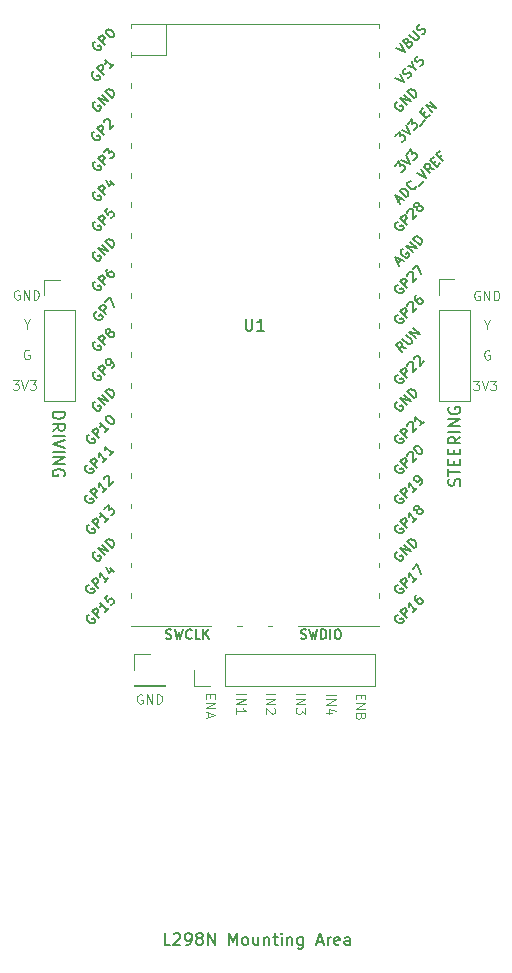
<source format=gto>
%TF.GenerationSoftware,KiCad,Pcbnew,7.0.6-1.fc38*%
%TF.CreationDate,2023-07-24T16:30:42-04:00*%
%TF.ProjectId,driver-pcb,64726976-6572-42d7-9063-622e6b696361,rev?*%
%TF.SameCoordinates,Original*%
%TF.FileFunction,Legend,Top*%
%TF.FilePolarity,Positive*%
%FSLAX46Y46*%
G04 Gerber Fmt 4.6, Leading zero omitted, Abs format (unit mm)*
G04 Created by KiCad (PCBNEW 7.0.6-1.fc38) date 2023-07-24 16:30:42*
%MOMM*%
%LPD*%
G01*
G04 APERTURE LIST*
%ADD10C,0.100000*%
%ADD11C,0.150000*%
%ADD12C,0.120000*%
%ADD13O,1.700000X1.700000*%
%ADD14R,1.700000X1.700000*%
%ADD15R,3.500000X1.700000*%
%ADD16O,1.800000X1.800000*%
%ADD17O,1.500000X1.500000*%
%ADD18R,1.700000X3.500000*%
G04 APERTURE END LIST*
D10*
X149958996Y-103696267D02*
X149958996Y-103962933D01*
X149539948Y-104077219D02*
X149539948Y-103696267D01*
X149539948Y-103696267D02*
X150339948Y-103696267D01*
X150339948Y-103696267D02*
X150339948Y-104077219D01*
X149539948Y-104420077D02*
X150339948Y-104420077D01*
X150339948Y-104420077D02*
X149539948Y-104877220D01*
X149539948Y-104877220D02*
X150339948Y-104877220D01*
X149958996Y-105524838D02*
X149920901Y-105639124D01*
X149920901Y-105639124D02*
X149882805Y-105677219D01*
X149882805Y-105677219D02*
X149806615Y-105715315D01*
X149806615Y-105715315D02*
X149692329Y-105715315D01*
X149692329Y-105715315D02*
X149616139Y-105677219D01*
X149616139Y-105677219D02*
X149578044Y-105639124D01*
X149578044Y-105639124D02*
X149539948Y-105562934D01*
X149539948Y-105562934D02*
X149539948Y-105258172D01*
X149539948Y-105258172D02*
X150339948Y-105258172D01*
X150339948Y-105258172D02*
X150339948Y-105524838D01*
X150339948Y-105524838D02*
X150301853Y-105601029D01*
X150301853Y-105601029D02*
X150263758Y-105639124D01*
X150263758Y-105639124D02*
X150187567Y-105677219D01*
X150187567Y-105677219D02*
X150111377Y-105677219D01*
X150111377Y-105677219D02*
X150035186Y-105639124D01*
X150035186Y-105639124D02*
X149997091Y-105601029D01*
X149997091Y-105601029D02*
X149958996Y-105524838D01*
X149958996Y-105524838D02*
X149958996Y-105258172D01*
X147019959Y-103674729D02*
X147819959Y-103674729D01*
X147019959Y-104055681D02*
X147819959Y-104055681D01*
X147819959Y-104055681D02*
X147019959Y-104512824D01*
X147019959Y-104512824D02*
X147819959Y-104512824D01*
X147553293Y-105236633D02*
X147019959Y-105236633D01*
X147858055Y-105046157D02*
X147286626Y-104855680D01*
X147286626Y-104855680D02*
X147286626Y-105350919D01*
X144456893Y-103653190D02*
X145256893Y-103653190D01*
X144456893Y-104034142D02*
X145256893Y-104034142D01*
X145256893Y-104034142D02*
X144456893Y-104491285D01*
X144456893Y-104491285D02*
X145256893Y-104491285D01*
X145256893Y-104796046D02*
X145256893Y-105291284D01*
X145256893Y-105291284D02*
X144952131Y-105024618D01*
X144952131Y-105024618D02*
X144952131Y-105138903D01*
X144952131Y-105138903D02*
X144914036Y-105215094D01*
X144914036Y-105215094D02*
X144875941Y-105253189D01*
X144875941Y-105253189D02*
X144799750Y-105291284D01*
X144799750Y-105291284D02*
X144609274Y-105291284D01*
X144609274Y-105291284D02*
X144533084Y-105253189D01*
X144533084Y-105253189D02*
X144494989Y-105215094D01*
X144494989Y-105215094D02*
X144456893Y-105138903D01*
X144456893Y-105138903D02*
X144456893Y-104910332D01*
X144456893Y-104910332D02*
X144494989Y-104834141D01*
X144494989Y-104834141D02*
X144533084Y-104796046D01*
X141915365Y-103631652D02*
X142715365Y-103631652D01*
X141915365Y-104012604D02*
X142715365Y-104012604D01*
X142715365Y-104012604D02*
X141915365Y-104469747D01*
X141915365Y-104469747D02*
X142715365Y-104469747D01*
X142639175Y-104812603D02*
X142677270Y-104850699D01*
X142677270Y-104850699D02*
X142715365Y-104926889D01*
X142715365Y-104926889D02*
X142715365Y-105117365D01*
X142715365Y-105117365D02*
X142677270Y-105193556D01*
X142677270Y-105193556D02*
X142639175Y-105231651D01*
X142639175Y-105231651D02*
X142562984Y-105269746D01*
X142562984Y-105269746D02*
X142486794Y-105269746D01*
X142486794Y-105269746D02*
X142372508Y-105231651D01*
X142372508Y-105231651D02*
X141915365Y-104774508D01*
X141915365Y-104774508D02*
X141915365Y-105269746D01*
X139395376Y-103631652D02*
X140195376Y-103631652D01*
X139395376Y-104012604D02*
X140195376Y-104012604D01*
X140195376Y-104012604D02*
X139395376Y-104469747D01*
X139395376Y-104469747D02*
X140195376Y-104469747D01*
X139395376Y-105269746D02*
X139395376Y-104812603D01*
X139395376Y-105041175D02*
X140195376Y-105041175D01*
X140195376Y-105041175D02*
X140081091Y-104964984D01*
X140081091Y-104964984D02*
X140004900Y-104888794D01*
X140004900Y-104888794D02*
X139966805Y-104812603D01*
X137229820Y-103653190D02*
X137229820Y-103919856D01*
X136810772Y-104034142D02*
X136810772Y-103653190D01*
X136810772Y-103653190D02*
X137610772Y-103653190D01*
X137610772Y-103653190D02*
X137610772Y-104034142D01*
X136810772Y-104377000D02*
X137610772Y-104377000D01*
X137610772Y-104377000D02*
X136810772Y-104834143D01*
X136810772Y-104834143D02*
X137610772Y-104834143D01*
X137039344Y-105176999D02*
X137039344Y-105557952D01*
X136810772Y-105100809D02*
X137610772Y-105367476D01*
X137610772Y-105367476D02*
X136810772Y-105634142D01*
X131459928Y-103673449D02*
X131383738Y-103635354D01*
X131383738Y-103635354D02*
X131269452Y-103635354D01*
X131269452Y-103635354D02*
X131155166Y-103673449D01*
X131155166Y-103673449D02*
X131078976Y-103749639D01*
X131078976Y-103749639D02*
X131040881Y-103825830D01*
X131040881Y-103825830D02*
X131002785Y-103978211D01*
X131002785Y-103978211D02*
X131002785Y-104092497D01*
X131002785Y-104092497D02*
X131040881Y-104244878D01*
X131040881Y-104244878D02*
X131078976Y-104321068D01*
X131078976Y-104321068D02*
X131155166Y-104397259D01*
X131155166Y-104397259D02*
X131269452Y-104435354D01*
X131269452Y-104435354D02*
X131345643Y-104435354D01*
X131345643Y-104435354D02*
X131459928Y-104397259D01*
X131459928Y-104397259D02*
X131498024Y-104359163D01*
X131498024Y-104359163D02*
X131498024Y-104092497D01*
X131498024Y-104092497D02*
X131345643Y-104092497D01*
X131840881Y-104435354D02*
X131840881Y-103635354D01*
X131840881Y-103635354D02*
X132298024Y-104435354D01*
X132298024Y-104435354D02*
X132298024Y-103635354D01*
X132678976Y-104435354D02*
X132678976Y-103635354D01*
X132678976Y-103635354D02*
X132869452Y-103635354D01*
X132869452Y-103635354D02*
X132983738Y-103673449D01*
X132983738Y-103673449D02*
X133059928Y-103749639D01*
X133059928Y-103749639D02*
X133098023Y-103825830D01*
X133098023Y-103825830D02*
X133136119Y-103978211D01*
X133136119Y-103978211D02*
X133136119Y-104092497D01*
X133136119Y-104092497D02*
X133098023Y-104244878D01*
X133098023Y-104244878D02*
X133059928Y-104321068D01*
X133059928Y-104321068D02*
X132983738Y-104397259D01*
X132983738Y-104397259D02*
X132869452Y-104435354D01*
X132869452Y-104435354D02*
X132678976Y-104435354D01*
X159470232Y-77084697D02*
X159965470Y-77084697D01*
X159965470Y-77084697D02*
X159698804Y-77389459D01*
X159698804Y-77389459D02*
X159813089Y-77389459D01*
X159813089Y-77389459D02*
X159889280Y-77427554D01*
X159889280Y-77427554D02*
X159927375Y-77465649D01*
X159927375Y-77465649D02*
X159965470Y-77541840D01*
X159965470Y-77541840D02*
X159965470Y-77732316D01*
X159965470Y-77732316D02*
X159927375Y-77808506D01*
X159927375Y-77808506D02*
X159889280Y-77846602D01*
X159889280Y-77846602D02*
X159813089Y-77884697D01*
X159813089Y-77884697D02*
X159584518Y-77884697D01*
X159584518Y-77884697D02*
X159508327Y-77846602D01*
X159508327Y-77846602D02*
X159470232Y-77808506D01*
X160194042Y-77084697D02*
X160460709Y-77884697D01*
X160460709Y-77884697D02*
X160727375Y-77084697D01*
X160917851Y-77084697D02*
X161413089Y-77084697D01*
X161413089Y-77084697D02*
X161146423Y-77389459D01*
X161146423Y-77389459D02*
X161260708Y-77389459D01*
X161260708Y-77389459D02*
X161336899Y-77427554D01*
X161336899Y-77427554D02*
X161374994Y-77465649D01*
X161374994Y-77465649D02*
X161413089Y-77541840D01*
X161413089Y-77541840D02*
X161413089Y-77732316D01*
X161413089Y-77732316D02*
X161374994Y-77808506D01*
X161374994Y-77808506D02*
X161336899Y-77846602D01*
X161336899Y-77846602D02*
X161260708Y-77884697D01*
X161260708Y-77884697D02*
X161032137Y-77884697D01*
X161032137Y-77884697D02*
X160955946Y-77846602D01*
X160955946Y-77846602D02*
X160917851Y-77808506D01*
X160646492Y-72334535D02*
X160646492Y-72715488D01*
X160379825Y-71915488D02*
X160646492Y-72334535D01*
X160646492Y-72334535D02*
X160913158Y-71915488D01*
X160008546Y-69498209D02*
X159932356Y-69460114D01*
X159932356Y-69460114D02*
X159818070Y-69460114D01*
X159818070Y-69460114D02*
X159703784Y-69498209D01*
X159703784Y-69498209D02*
X159627594Y-69574399D01*
X159627594Y-69574399D02*
X159589499Y-69650590D01*
X159589499Y-69650590D02*
X159551403Y-69802971D01*
X159551403Y-69802971D02*
X159551403Y-69917257D01*
X159551403Y-69917257D02*
X159589499Y-70069638D01*
X159589499Y-70069638D02*
X159627594Y-70145828D01*
X159627594Y-70145828D02*
X159703784Y-70222019D01*
X159703784Y-70222019D02*
X159818070Y-70260114D01*
X159818070Y-70260114D02*
X159894261Y-70260114D01*
X159894261Y-70260114D02*
X160008546Y-70222019D01*
X160008546Y-70222019D02*
X160046642Y-70183923D01*
X160046642Y-70183923D02*
X160046642Y-69917257D01*
X160046642Y-69917257D02*
X159894261Y-69917257D01*
X160389499Y-70260114D02*
X160389499Y-69460114D01*
X160389499Y-69460114D02*
X160846642Y-70260114D01*
X160846642Y-70260114D02*
X160846642Y-69460114D01*
X161227594Y-70260114D02*
X161227594Y-69460114D01*
X161227594Y-69460114D02*
X161418070Y-69460114D01*
X161418070Y-69460114D02*
X161532356Y-69498209D01*
X161532356Y-69498209D02*
X161608546Y-69574399D01*
X161608546Y-69574399D02*
X161646641Y-69650590D01*
X161646641Y-69650590D02*
X161684737Y-69802971D01*
X161684737Y-69802971D02*
X161684737Y-69917257D01*
X161684737Y-69917257D02*
X161646641Y-70069638D01*
X161646641Y-70069638D02*
X161608546Y-70145828D01*
X161608546Y-70145828D02*
X161532356Y-70222019D01*
X161532356Y-70222019D02*
X161418070Y-70260114D01*
X161418070Y-70260114D02*
X161227594Y-70260114D01*
X160848543Y-74538188D02*
X160772353Y-74500093D01*
X160772353Y-74500093D02*
X160658067Y-74500093D01*
X160658067Y-74500093D02*
X160543781Y-74538188D01*
X160543781Y-74538188D02*
X160467591Y-74614378D01*
X160467591Y-74614378D02*
X160429496Y-74690569D01*
X160429496Y-74690569D02*
X160391400Y-74842950D01*
X160391400Y-74842950D02*
X160391400Y-74957236D01*
X160391400Y-74957236D02*
X160429496Y-75109617D01*
X160429496Y-75109617D02*
X160467591Y-75185807D01*
X160467591Y-75185807D02*
X160543781Y-75261998D01*
X160543781Y-75261998D02*
X160658067Y-75300093D01*
X160658067Y-75300093D02*
X160734258Y-75300093D01*
X160734258Y-75300093D02*
X160848543Y-75261998D01*
X160848543Y-75261998D02*
X160886639Y-75223902D01*
X160886639Y-75223902D02*
X160886639Y-74957236D01*
X160886639Y-74957236D02*
X160734258Y-74957236D01*
X120490846Y-77044553D02*
X120986084Y-77044553D01*
X120986084Y-77044553D02*
X120719418Y-77349315D01*
X120719418Y-77349315D02*
X120833703Y-77349315D01*
X120833703Y-77349315D02*
X120909894Y-77387410D01*
X120909894Y-77387410D02*
X120947989Y-77425505D01*
X120947989Y-77425505D02*
X120986084Y-77501696D01*
X120986084Y-77501696D02*
X120986084Y-77692172D01*
X120986084Y-77692172D02*
X120947989Y-77768362D01*
X120947989Y-77768362D02*
X120909894Y-77806458D01*
X120909894Y-77806458D02*
X120833703Y-77844553D01*
X120833703Y-77844553D02*
X120605132Y-77844553D01*
X120605132Y-77844553D02*
X120528941Y-77806458D01*
X120528941Y-77806458D02*
X120490846Y-77768362D01*
X121214656Y-77044553D02*
X121481323Y-77844553D01*
X121481323Y-77844553D02*
X121747989Y-77044553D01*
X121938465Y-77044553D02*
X122433703Y-77044553D01*
X122433703Y-77044553D02*
X122167037Y-77349315D01*
X122167037Y-77349315D02*
X122281322Y-77349315D01*
X122281322Y-77349315D02*
X122357513Y-77387410D01*
X122357513Y-77387410D02*
X122395608Y-77425505D01*
X122395608Y-77425505D02*
X122433703Y-77501696D01*
X122433703Y-77501696D02*
X122433703Y-77692172D01*
X122433703Y-77692172D02*
X122395608Y-77768362D01*
X122395608Y-77768362D02*
X122357513Y-77806458D01*
X122357513Y-77806458D02*
X122281322Y-77844553D01*
X122281322Y-77844553D02*
X122052751Y-77844553D01*
X122052751Y-77844553D02*
X121976560Y-77806458D01*
X121976560Y-77806458D02*
X121938465Y-77768362D01*
X121869157Y-74498044D02*
X121792967Y-74459949D01*
X121792967Y-74459949D02*
X121678681Y-74459949D01*
X121678681Y-74459949D02*
X121564395Y-74498044D01*
X121564395Y-74498044D02*
X121488205Y-74574234D01*
X121488205Y-74574234D02*
X121450110Y-74650425D01*
X121450110Y-74650425D02*
X121412014Y-74802806D01*
X121412014Y-74802806D02*
X121412014Y-74917092D01*
X121412014Y-74917092D02*
X121450110Y-75069473D01*
X121450110Y-75069473D02*
X121488205Y-75145663D01*
X121488205Y-75145663D02*
X121564395Y-75221854D01*
X121564395Y-75221854D02*
X121678681Y-75259949D01*
X121678681Y-75259949D02*
X121754872Y-75259949D01*
X121754872Y-75259949D02*
X121869157Y-75221854D01*
X121869157Y-75221854D02*
X121907253Y-75183758D01*
X121907253Y-75183758D02*
X121907253Y-74917092D01*
X121907253Y-74917092D02*
X121754872Y-74917092D01*
X121667106Y-72294391D02*
X121667106Y-72675344D01*
X121400439Y-71875344D02*
X121667106Y-72294391D01*
X121667106Y-72294391D02*
X121933772Y-71875344D01*
X121029160Y-69458065D02*
X120952970Y-69419970D01*
X120952970Y-69419970D02*
X120838684Y-69419970D01*
X120838684Y-69419970D02*
X120724398Y-69458065D01*
X120724398Y-69458065D02*
X120648208Y-69534255D01*
X120648208Y-69534255D02*
X120610113Y-69610446D01*
X120610113Y-69610446D02*
X120572017Y-69762827D01*
X120572017Y-69762827D02*
X120572017Y-69877113D01*
X120572017Y-69877113D02*
X120610113Y-70029494D01*
X120610113Y-70029494D02*
X120648208Y-70105684D01*
X120648208Y-70105684D02*
X120724398Y-70181875D01*
X120724398Y-70181875D02*
X120838684Y-70219970D01*
X120838684Y-70219970D02*
X120914875Y-70219970D01*
X120914875Y-70219970D02*
X121029160Y-70181875D01*
X121029160Y-70181875D02*
X121067256Y-70143779D01*
X121067256Y-70143779D02*
X121067256Y-69877113D01*
X121067256Y-69877113D02*
X120914875Y-69877113D01*
X121410113Y-70219970D02*
X121410113Y-69419970D01*
X121410113Y-69419970D02*
X121867256Y-70219970D01*
X121867256Y-70219970D02*
X121867256Y-69419970D01*
X122248208Y-70219970D02*
X122248208Y-69419970D01*
X122248208Y-69419970D02*
X122438684Y-69419970D01*
X122438684Y-69419970D02*
X122552970Y-69458065D01*
X122552970Y-69458065D02*
X122629160Y-69534255D01*
X122629160Y-69534255D02*
X122667255Y-69610446D01*
X122667255Y-69610446D02*
X122705351Y-69762827D01*
X122705351Y-69762827D02*
X122705351Y-69877113D01*
X122705351Y-69877113D02*
X122667255Y-70029494D01*
X122667255Y-70029494D02*
X122629160Y-70105684D01*
X122629160Y-70105684D02*
X122552970Y-70181875D01*
X122552970Y-70181875D02*
X122438684Y-70219970D01*
X122438684Y-70219970D02*
X122248208Y-70219970D01*
D11*
X158332853Y-85978233D02*
X158380472Y-85835376D01*
X158380472Y-85835376D02*
X158380472Y-85597281D01*
X158380472Y-85597281D02*
X158332853Y-85502043D01*
X158332853Y-85502043D02*
X158285233Y-85454424D01*
X158285233Y-85454424D02*
X158189995Y-85406805D01*
X158189995Y-85406805D02*
X158094757Y-85406805D01*
X158094757Y-85406805D02*
X157999519Y-85454424D01*
X157999519Y-85454424D02*
X157951900Y-85502043D01*
X157951900Y-85502043D02*
X157904281Y-85597281D01*
X157904281Y-85597281D02*
X157856662Y-85787757D01*
X157856662Y-85787757D02*
X157809043Y-85882995D01*
X157809043Y-85882995D02*
X157761424Y-85930614D01*
X157761424Y-85930614D02*
X157666186Y-85978233D01*
X157666186Y-85978233D02*
X157570948Y-85978233D01*
X157570948Y-85978233D02*
X157475710Y-85930614D01*
X157475710Y-85930614D02*
X157428091Y-85882995D01*
X157428091Y-85882995D02*
X157380472Y-85787757D01*
X157380472Y-85787757D02*
X157380472Y-85549662D01*
X157380472Y-85549662D02*
X157428091Y-85406805D01*
X157380472Y-85121090D02*
X157380472Y-84549662D01*
X158380472Y-84835376D02*
X157380472Y-84835376D01*
X157856662Y-84216328D02*
X157856662Y-83882995D01*
X158380472Y-83740138D02*
X158380472Y-84216328D01*
X158380472Y-84216328D02*
X157380472Y-84216328D01*
X157380472Y-84216328D02*
X157380472Y-83740138D01*
X157856662Y-83311566D02*
X157856662Y-82978233D01*
X158380472Y-82835376D02*
X158380472Y-83311566D01*
X158380472Y-83311566D02*
X157380472Y-83311566D01*
X157380472Y-83311566D02*
X157380472Y-82835376D01*
X158380472Y-81835376D02*
X157904281Y-82168709D01*
X158380472Y-82406804D02*
X157380472Y-82406804D01*
X157380472Y-82406804D02*
X157380472Y-82025852D01*
X157380472Y-82025852D02*
X157428091Y-81930614D01*
X157428091Y-81930614D02*
X157475710Y-81882995D01*
X157475710Y-81882995D02*
X157570948Y-81835376D01*
X157570948Y-81835376D02*
X157713805Y-81835376D01*
X157713805Y-81835376D02*
X157809043Y-81882995D01*
X157809043Y-81882995D02*
X157856662Y-81930614D01*
X157856662Y-81930614D02*
X157904281Y-82025852D01*
X157904281Y-82025852D02*
X157904281Y-82406804D01*
X158380472Y-81406804D02*
X157380472Y-81406804D01*
X158380472Y-80930614D02*
X157380472Y-80930614D01*
X157380472Y-80930614D02*
X158380472Y-80359186D01*
X158380472Y-80359186D02*
X157380472Y-80359186D01*
X157428091Y-79359186D02*
X157380472Y-79454424D01*
X157380472Y-79454424D02*
X157380472Y-79597281D01*
X157380472Y-79597281D02*
X157428091Y-79740138D01*
X157428091Y-79740138D02*
X157523329Y-79835376D01*
X157523329Y-79835376D02*
X157618567Y-79882995D01*
X157618567Y-79882995D02*
X157809043Y-79930614D01*
X157809043Y-79930614D02*
X157951900Y-79930614D01*
X157951900Y-79930614D02*
X158142376Y-79882995D01*
X158142376Y-79882995D02*
X158237614Y-79835376D01*
X158237614Y-79835376D02*
X158332853Y-79740138D01*
X158332853Y-79740138D02*
X158380472Y-79597281D01*
X158380472Y-79597281D02*
X158380472Y-79502043D01*
X158380472Y-79502043D02*
X158332853Y-79359186D01*
X158332853Y-79359186D02*
X158285233Y-79311567D01*
X158285233Y-79311567D02*
X157951900Y-79311567D01*
X157951900Y-79311567D02*
X157951900Y-79502043D01*
X123871719Y-79755243D02*
X124871719Y-79755243D01*
X124871719Y-79755243D02*
X124871719Y-79993338D01*
X124871719Y-79993338D02*
X124824100Y-80136195D01*
X124824100Y-80136195D02*
X124728862Y-80231433D01*
X124728862Y-80231433D02*
X124633624Y-80279052D01*
X124633624Y-80279052D02*
X124443148Y-80326671D01*
X124443148Y-80326671D02*
X124300291Y-80326671D01*
X124300291Y-80326671D02*
X124109815Y-80279052D01*
X124109815Y-80279052D02*
X124014577Y-80231433D01*
X124014577Y-80231433D02*
X123919339Y-80136195D01*
X123919339Y-80136195D02*
X123871719Y-79993338D01*
X123871719Y-79993338D02*
X123871719Y-79755243D01*
X123871719Y-81326671D02*
X124347910Y-80993338D01*
X123871719Y-80755243D02*
X124871719Y-80755243D01*
X124871719Y-80755243D02*
X124871719Y-81136195D01*
X124871719Y-81136195D02*
X124824100Y-81231433D01*
X124824100Y-81231433D02*
X124776481Y-81279052D01*
X124776481Y-81279052D02*
X124681243Y-81326671D01*
X124681243Y-81326671D02*
X124538386Y-81326671D01*
X124538386Y-81326671D02*
X124443148Y-81279052D01*
X124443148Y-81279052D02*
X124395529Y-81231433D01*
X124395529Y-81231433D02*
X124347910Y-81136195D01*
X124347910Y-81136195D02*
X124347910Y-80755243D01*
X123871719Y-81755243D02*
X124871719Y-81755243D01*
X124871719Y-82088576D02*
X123871719Y-82421909D01*
X123871719Y-82421909D02*
X124871719Y-82755242D01*
X123871719Y-83088576D02*
X124871719Y-83088576D01*
X123871719Y-83564766D02*
X124871719Y-83564766D01*
X124871719Y-83564766D02*
X123871719Y-84136194D01*
X123871719Y-84136194D02*
X124871719Y-84136194D01*
X124824100Y-85136194D02*
X124871719Y-85040956D01*
X124871719Y-85040956D02*
X124871719Y-84898099D01*
X124871719Y-84898099D02*
X124824100Y-84755242D01*
X124824100Y-84755242D02*
X124728862Y-84660004D01*
X124728862Y-84660004D02*
X124633624Y-84612385D01*
X124633624Y-84612385D02*
X124443148Y-84564766D01*
X124443148Y-84564766D02*
X124300291Y-84564766D01*
X124300291Y-84564766D02*
X124109815Y-84612385D01*
X124109815Y-84612385D02*
X124014577Y-84660004D01*
X124014577Y-84660004D02*
X123919339Y-84755242D01*
X123919339Y-84755242D02*
X123871719Y-84898099D01*
X123871719Y-84898099D02*
X123871719Y-84993337D01*
X123871719Y-84993337D02*
X123919339Y-85136194D01*
X123919339Y-85136194D02*
X123966958Y-85183813D01*
X123966958Y-85183813D02*
X124300291Y-85183813D01*
X124300291Y-85183813D02*
X124300291Y-84993337D01*
X133812969Y-124869819D02*
X133336779Y-124869819D01*
X133336779Y-124869819D02*
X133336779Y-123869819D01*
X134098684Y-123965057D02*
X134146303Y-123917438D01*
X134146303Y-123917438D02*
X134241541Y-123869819D01*
X134241541Y-123869819D02*
X134479636Y-123869819D01*
X134479636Y-123869819D02*
X134574874Y-123917438D01*
X134574874Y-123917438D02*
X134622493Y-123965057D01*
X134622493Y-123965057D02*
X134670112Y-124060295D01*
X134670112Y-124060295D02*
X134670112Y-124155533D01*
X134670112Y-124155533D02*
X134622493Y-124298390D01*
X134622493Y-124298390D02*
X134051065Y-124869819D01*
X134051065Y-124869819D02*
X134670112Y-124869819D01*
X135146303Y-124869819D02*
X135336779Y-124869819D01*
X135336779Y-124869819D02*
X135432017Y-124822200D01*
X135432017Y-124822200D02*
X135479636Y-124774580D01*
X135479636Y-124774580D02*
X135574874Y-124631723D01*
X135574874Y-124631723D02*
X135622493Y-124441247D01*
X135622493Y-124441247D02*
X135622493Y-124060295D01*
X135622493Y-124060295D02*
X135574874Y-123965057D01*
X135574874Y-123965057D02*
X135527255Y-123917438D01*
X135527255Y-123917438D02*
X135432017Y-123869819D01*
X135432017Y-123869819D02*
X135241541Y-123869819D01*
X135241541Y-123869819D02*
X135146303Y-123917438D01*
X135146303Y-123917438D02*
X135098684Y-123965057D01*
X135098684Y-123965057D02*
X135051065Y-124060295D01*
X135051065Y-124060295D02*
X135051065Y-124298390D01*
X135051065Y-124298390D02*
X135098684Y-124393628D01*
X135098684Y-124393628D02*
X135146303Y-124441247D01*
X135146303Y-124441247D02*
X135241541Y-124488866D01*
X135241541Y-124488866D02*
X135432017Y-124488866D01*
X135432017Y-124488866D02*
X135527255Y-124441247D01*
X135527255Y-124441247D02*
X135574874Y-124393628D01*
X135574874Y-124393628D02*
X135622493Y-124298390D01*
X136193922Y-124298390D02*
X136098684Y-124250771D01*
X136098684Y-124250771D02*
X136051065Y-124203152D01*
X136051065Y-124203152D02*
X136003446Y-124107914D01*
X136003446Y-124107914D02*
X136003446Y-124060295D01*
X136003446Y-124060295D02*
X136051065Y-123965057D01*
X136051065Y-123965057D02*
X136098684Y-123917438D01*
X136098684Y-123917438D02*
X136193922Y-123869819D01*
X136193922Y-123869819D02*
X136384398Y-123869819D01*
X136384398Y-123869819D02*
X136479636Y-123917438D01*
X136479636Y-123917438D02*
X136527255Y-123965057D01*
X136527255Y-123965057D02*
X136574874Y-124060295D01*
X136574874Y-124060295D02*
X136574874Y-124107914D01*
X136574874Y-124107914D02*
X136527255Y-124203152D01*
X136527255Y-124203152D02*
X136479636Y-124250771D01*
X136479636Y-124250771D02*
X136384398Y-124298390D01*
X136384398Y-124298390D02*
X136193922Y-124298390D01*
X136193922Y-124298390D02*
X136098684Y-124346009D01*
X136098684Y-124346009D02*
X136051065Y-124393628D01*
X136051065Y-124393628D02*
X136003446Y-124488866D01*
X136003446Y-124488866D02*
X136003446Y-124679342D01*
X136003446Y-124679342D02*
X136051065Y-124774580D01*
X136051065Y-124774580D02*
X136098684Y-124822200D01*
X136098684Y-124822200D02*
X136193922Y-124869819D01*
X136193922Y-124869819D02*
X136384398Y-124869819D01*
X136384398Y-124869819D02*
X136479636Y-124822200D01*
X136479636Y-124822200D02*
X136527255Y-124774580D01*
X136527255Y-124774580D02*
X136574874Y-124679342D01*
X136574874Y-124679342D02*
X136574874Y-124488866D01*
X136574874Y-124488866D02*
X136527255Y-124393628D01*
X136527255Y-124393628D02*
X136479636Y-124346009D01*
X136479636Y-124346009D02*
X136384398Y-124298390D01*
X137003446Y-124869819D02*
X137003446Y-123869819D01*
X137003446Y-123869819D02*
X137574874Y-124869819D01*
X137574874Y-124869819D02*
X137574874Y-123869819D01*
X138812970Y-124869819D02*
X138812970Y-123869819D01*
X138812970Y-123869819D02*
X139146303Y-124584104D01*
X139146303Y-124584104D02*
X139479636Y-123869819D01*
X139479636Y-123869819D02*
X139479636Y-124869819D01*
X140098684Y-124869819D02*
X140003446Y-124822200D01*
X140003446Y-124822200D02*
X139955827Y-124774580D01*
X139955827Y-124774580D02*
X139908208Y-124679342D01*
X139908208Y-124679342D02*
X139908208Y-124393628D01*
X139908208Y-124393628D02*
X139955827Y-124298390D01*
X139955827Y-124298390D02*
X140003446Y-124250771D01*
X140003446Y-124250771D02*
X140098684Y-124203152D01*
X140098684Y-124203152D02*
X140241541Y-124203152D01*
X140241541Y-124203152D02*
X140336779Y-124250771D01*
X140336779Y-124250771D02*
X140384398Y-124298390D01*
X140384398Y-124298390D02*
X140432017Y-124393628D01*
X140432017Y-124393628D02*
X140432017Y-124679342D01*
X140432017Y-124679342D02*
X140384398Y-124774580D01*
X140384398Y-124774580D02*
X140336779Y-124822200D01*
X140336779Y-124822200D02*
X140241541Y-124869819D01*
X140241541Y-124869819D02*
X140098684Y-124869819D01*
X141289160Y-124203152D02*
X141289160Y-124869819D01*
X140860589Y-124203152D02*
X140860589Y-124726961D01*
X140860589Y-124726961D02*
X140908208Y-124822200D01*
X140908208Y-124822200D02*
X141003446Y-124869819D01*
X141003446Y-124869819D02*
X141146303Y-124869819D01*
X141146303Y-124869819D02*
X141241541Y-124822200D01*
X141241541Y-124822200D02*
X141289160Y-124774580D01*
X141765351Y-124203152D02*
X141765351Y-124869819D01*
X141765351Y-124298390D02*
X141812970Y-124250771D01*
X141812970Y-124250771D02*
X141908208Y-124203152D01*
X141908208Y-124203152D02*
X142051065Y-124203152D01*
X142051065Y-124203152D02*
X142146303Y-124250771D01*
X142146303Y-124250771D02*
X142193922Y-124346009D01*
X142193922Y-124346009D02*
X142193922Y-124869819D01*
X142527256Y-124203152D02*
X142908208Y-124203152D01*
X142670113Y-123869819D02*
X142670113Y-124726961D01*
X142670113Y-124726961D02*
X142717732Y-124822200D01*
X142717732Y-124822200D02*
X142812970Y-124869819D01*
X142812970Y-124869819D02*
X142908208Y-124869819D01*
X143241542Y-124869819D02*
X143241542Y-124203152D01*
X143241542Y-123869819D02*
X143193923Y-123917438D01*
X143193923Y-123917438D02*
X143241542Y-123965057D01*
X143241542Y-123965057D02*
X143289161Y-123917438D01*
X143289161Y-123917438D02*
X143241542Y-123869819D01*
X143241542Y-123869819D02*
X143241542Y-123965057D01*
X143717732Y-124203152D02*
X143717732Y-124869819D01*
X143717732Y-124298390D02*
X143765351Y-124250771D01*
X143765351Y-124250771D02*
X143860589Y-124203152D01*
X143860589Y-124203152D02*
X144003446Y-124203152D01*
X144003446Y-124203152D02*
X144098684Y-124250771D01*
X144098684Y-124250771D02*
X144146303Y-124346009D01*
X144146303Y-124346009D02*
X144146303Y-124869819D01*
X145051065Y-124203152D02*
X145051065Y-125012676D01*
X145051065Y-125012676D02*
X145003446Y-125107914D01*
X145003446Y-125107914D02*
X144955827Y-125155533D01*
X144955827Y-125155533D02*
X144860589Y-125203152D01*
X144860589Y-125203152D02*
X144717732Y-125203152D01*
X144717732Y-125203152D02*
X144622494Y-125155533D01*
X145051065Y-124822200D02*
X144955827Y-124869819D01*
X144955827Y-124869819D02*
X144765351Y-124869819D01*
X144765351Y-124869819D02*
X144670113Y-124822200D01*
X144670113Y-124822200D02*
X144622494Y-124774580D01*
X144622494Y-124774580D02*
X144574875Y-124679342D01*
X144574875Y-124679342D02*
X144574875Y-124393628D01*
X144574875Y-124393628D02*
X144622494Y-124298390D01*
X144622494Y-124298390D02*
X144670113Y-124250771D01*
X144670113Y-124250771D02*
X144765351Y-124203152D01*
X144765351Y-124203152D02*
X144955827Y-124203152D01*
X144955827Y-124203152D02*
X145051065Y-124250771D01*
X146241542Y-124584104D02*
X146717732Y-124584104D01*
X146146304Y-124869819D02*
X146479637Y-123869819D01*
X146479637Y-123869819D02*
X146812970Y-124869819D01*
X147146304Y-124869819D02*
X147146304Y-124203152D01*
X147146304Y-124393628D02*
X147193923Y-124298390D01*
X147193923Y-124298390D02*
X147241542Y-124250771D01*
X147241542Y-124250771D02*
X147336780Y-124203152D01*
X147336780Y-124203152D02*
X147432018Y-124203152D01*
X148146304Y-124822200D02*
X148051066Y-124869819D01*
X148051066Y-124869819D02*
X147860590Y-124869819D01*
X147860590Y-124869819D02*
X147765352Y-124822200D01*
X147765352Y-124822200D02*
X147717733Y-124726961D01*
X147717733Y-124726961D02*
X147717733Y-124346009D01*
X147717733Y-124346009D02*
X147765352Y-124250771D01*
X147765352Y-124250771D02*
X147860590Y-124203152D01*
X147860590Y-124203152D02*
X148051066Y-124203152D01*
X148051066Y-124203152D02*
X148146304Y-124250771D01*
X148146304Y-124250771D02*
X148193923Y-124346009D01*
X148193923Y-124346009D02*
X148193923Y-124441247D01*
X148193923Y-124441247D02*
X147717733Y-124536485D01*
X149051066Y-124869819D02*
X149051066Y-124346009D01*
X149051066Y-124346009D02*
X149003447Y-124250771D01*
X149003447Y-124250771D02*
X148908209Y-124203152D01*
X148908209Y-124203152D02*
X148717733Y-124203152D01*
X148717733Y-124203152D02*
X148622495Y-124250771D01*
X149051066Y-124822200D02*
X148955828Y-124869819D01*
X148955828Y-124869819D02*
X148717733Y-124869819D01*
X148717733Y-124869819D02*
X148622495Y-124822200D01*
X148622495Y-124822200D02*
X148574876Y-124726961D01*
X148574876Y-124726961D02*
X148574876Y-124631723D01*
X148574876Y-124631723D02*
X148622495Y-124536485D01*
X148622495Y-124536485D02*
X148717733Y-124488866D01*
X148717733Y-124488866D02*
X148955828Y-124488866D01*
X148955828Y-124488866D02*
X149051066Y-124441247D01*
X140208095Y-71844819D02*
X140208095Y-72654342D01*
X140208095Y-72654342D02*
X140255714Y-72749580D01*
X140255714Y-72749580D02*
X140303333Y-72797200D01*
X140303333Y-72797200D02*
X140398571Y-72844819D01*
X140398571Y-72844819D02*
X140589047Y-72844819D01*
X140589047Y-72844819D02*
X140684285Y-72797200D01*
X140684285Y-72797200D02*
X140731904Y-72749580D01*
X140731904Y-72749580D02*
X140779523Y-72654342D01*
X140779523Y-72654342D02*
X140779523Y-71844819D01*
X141779523Y-72844819D02*
X141208095Y-72844819D01*
X141493809Y-72844819D02*
X141493809Y-71844819D01*
X141493809Y-71844819D02*
X141398571Y-71987676D01*
X141398571Y-71987676D02*
X141303333Y-72082914D01*
X141303333Y-72082914D02*
X141208095Y-72130533D01*
X127383372Y-50911494D02*
X127302560Y-50938431D01*
X127302560Y-50938431D02*
X127221748Y-51019243D01*
X127221748Y-51019243D02*
X127167873Y-51126993D01*
X127167873Y-51126993D02*
X127167873Y-51234742D01*
X127167873Y-51234742D02*
X127194810Y-51315555D01*
X127194810Y-51315555D02*
X127275623Y-51450242D01*
X127275623Y-51450242D02*
X127356435Y-51531054D01*
X127356435Y-51531054D02*
X127491122Y-51611866D01*
X127491122Y-51611866D02*
X127571934Y-51638803D01*
X127571934Y-51638803D02*
X127679684Y-51638803D01*
X127679684Y-51638803D02*
X127787433Y-51584929D01*
X127787433Y-51584929D02*
X127841308Y-51531054D01*
X127841308Y-51531054D02*
X127895183Y-51423304D01*
X127895183Y-51423304D02*
X127895183Y-51369429D01*
X127895183Y-51369429D02*
X127706621Y-51180868D01*
X127706621Y-51180868D02*
X127598871Y-51288617D01*
X128191494Y-51180868D02*
X127625809Y-50615182D01*
X127625809Y-50615182D02*
X127841308Y-50399683D01*
X127841308Y-50399683D02*
X127922120Y-50372746D01*
X127922120Y-50372746D02*
X127975995Y-50372746D01*
X127975995Y-50372746D02*
X128056807Y-50399683D01*
X128056807Y-50399683D02*
X128137619Y-50480495D01*
X128137619Y-50480495D02*
X128164557Y-50561307D01*
X128164557Y-50561307D02*
X128164557Y-50615182D01*
X128164557Y-50615182D02*
X128137619Y-50695994D01*
X128137619Y-50695994D02*
X127922120Y-50911494D01*
X129053491Y-50318871D02*
X128730242Y-50642120D01*
X128891867Y-50480495D02*
X128326181Y-49914810D01*
X128326181Y-49914810D02*
X128353119Y-50049497D01*
X128353119Y-50049497D02*
X128353119Y-50157246D01*
X128353119Y-50157246D02*
X128326181Y-50238059D01*
X127383372Y-56001494D02*
X127302560Y-56028431D01*
X127302560Y-56028431D02*
X127221748Y-56109243D01*
X127221748Y-56109243D02*
X127167873Y-56216993D01*
X127167873Y-56216993D02*
X127167873Y-56324742D01*
X127167873Y-56324742D02*
X127194810Y-56405555D01*
X127194810Y-56405555D02*
X127275623Y-56540242D01*
X127275623Y-56540242D02*
X127356435Y-56621054D01*
X127356435Y-56621054D02*
X127491122Y-56701866D01*
X127491122Y-56701866D02*
X127571934Y-56728803D01*
X127571934Y-56728803D02*
X127679684Y-56728803D01*
X127679684Y-56728803D02*
X127787433Y-56674929D01*
X127787433Y-56674929D02*
X127841308Y-56621054D01*
X127841308Y-56621054D02*
X127895183Y-56513304D01*
X127895183Y-56513304D02*
X127895183Y-56459429D01*
X127895183Y-56459429D02*
X127706621Y-56270868D01*
X127706621Y-56270868D02*
X127598871Y-56378617D01*
X128191494Y-56270868D02*
X127625809Y-55705182D01*
X127625809Y-55705182D02*
X127841308Y-55489683D01*
X127841308Y-55489683D02*
X127922120Y-55462746D01*
X127922120Y-55462746D02*
X127975995Y-55462746D01*
X127975995Y-55462746D02*
X128056807Y-55489683D01*
X128056807Y-55489683D02*
X128137619Y-55570495D01*
X128137619Y-55570495D02*
X128164557Y-55651307D01*
X128164557Y-55651307D02*
X128164557Y-55705182D01*
X128164557Y-55705182D02*
X128137619Y-55785994D01*
X128137619Y-55785994D02*
X127922120Y-56001494D01*
X128218432Y-55220309D02*
X128218432Y-55166434D01*
X128218432Y-55166434D02*
X128245369Y-55085622D01*
X128245369Y-55085622D02*
X128380056Y-54950935D01*
X128380056Y-54950935D02*
X128460868Y-54923998D01*
X128460868Y-54923998D02*
X128514743Y-54923998D01*
X128514743Y-54923998D02*
X128595555Y-54950935D01*
X128595555Y-54950935D02*
X128649430Y-55004810D01*
X128649430Y-55004810D02*
X128703305Y-55112559D01*
X128703305Y-55112559D02*
X128703305Y-55759057D01*
X128703305Y-55759057D02*
X129053491Y-55408871D01*
X127483372Y-48381494D02*
X127402560Y-48408431D01*
X127402560Y-48408431D02*
X127321748Y-48489243D01*
X127321748Y-48489243D02*
X127267873Y-48596993D01*
X127267873Y-48596993D02*
X127267873Y-48704742D01*
X127267873Y-48704742D02*
X127294810Y-48785555D01*
X127294810Y-48785555D02*
X127375623Y-48920242D01*
X127375623Y-48920242D02*
X127456435Y-49001054D01*
X127456435Y-49001054D02*
X127591122Y-49081866D01*
X127591122Y-49081866D02*
X127671934Y-49108803D01*
X127671934Y-49108803D02*
X127779684Y-49108803D01*
X127779684Y-49108803D02*
X127887433Y-49054929D01*
X127887433Y-49054929D02*
X127941308Y-49001054D01*
X127941308Y-49001054D02*
X127995183Y-48893304D01*
X127995183Y-48893304D02*
X127995183Y-48839429D01*
X127995183Y-48839429D02*
X127806621Y-48650868D01*
X127806621Y-48650868D02*
X127698871Y-48758617D01*
X128291494Y-48650868D02*
X127725809Y-48085182D01*
X127725809Y-48085182D02*
X127941308Y-47869683D01*
X127941308Y-47869683D02*
X128022120Y-47842746D01*
X128022120Y-47842746D02*
X128075995Y-47842746D01*
X128075995Y-47842746D02*
X128156807Y-47869683D01*
X128156807Y-47869683D02*
X128237619Y-47950495D01*
X128237619Y-47950495D02*
X128264557Y-48031307D01*
X128264557Y-48031307D02*
X128264557Y-48085182D01*
X128264557Y-48085182D02*
X128237619Y-48165994D01*
X128237619Y-48165994D02*
X128022120Y-48381494D01*
X128399244Y-47411747D02*
X128453119Y-47357872D01*
X128453119Y-47357872D02*
X128533931Y-47330935D01*
X128533931Y-47330935D02*
X128587806Y-47330935D01*
X128587806Y-47330935D02*
X128668618Y-47357872D01*
X128668618Y-47357872D02*
X128803305Y-47438685D01*
X128803305Y-47438685D02*
X128937992Y-47573372D01*
X128937992Y-47573372D02*
X129018804Y-47708059D01*
X129018804Y-47708059D02*
X129045741Y-47788871D01*
X129045741Y-47788871D02*
X129045741Y-47842746D01*
X129045741Y-47842746D02*
X129018804Y-47923558D01*
X129018804Y-47923558D02*
X128964929Y-47977433D01*
X128964929Y-47977433D02*
X128884117Y-48004370D01*
X128884117Y-48004370D02*
X128830242Y-48004370D01*
X128830242Y-48004370D02*
X128749430Y-47977433D01*
X128749430Y-47977433D02*
X128614743Y-47896620D01*
X128614743Y-47896620D02*
X128480056Y-47761933D01*
X128480056Y-47761933D02*
X128399244Y-47627246D01*
X128399244Y-47627246D02*
X128372306Y-47546434D01*
X128372306Y-47546434D02*
X128372306Y-47492559D01*
X128372306Y-47492559D02*
X128399244Y-47411747D01*
X127483372Y-58541494D02*
X127402560Y-58568431D01*
X127402560Y-58568431D02*
X127321748Y-58649243D01*
X127321748Y-58649243D02*
X127267873Y-58756993D01*
X127267873Y-58756993D02*
X127267873Y-58864742D01*
X127267873Y-58864742D02*
X127294810Y-58945555D01*
X127294810Y-58945555D02*
X127375623Y-59080242D01*
X127375623Y-59080242D02*
X127456435Y-59161054D01*
X127456435Y-59161054D02*
X127591122Y-59241866D01*
X127591122Y-59241866D02*
X127671934Y-59268803D01*
X127671934Y-59268803D02*
X127779684Y-59268803D01*
X127779684Y-59268803D02*
X127887433Y-59214929D01*
X127887433Y-59214929D02*
X127941308Y-59161054D01*
X127941308Y-59161054D02*
X127995183Y-59053304D01*
X127995183Y-59053304D02*
X127995183Y-58999429D01*
X127995183Y-58999429D02*
X127806621Y-58810868D01*
X127806621Y-58810868D02*
X127698871Y-58918617D01*
X128291494Y-58810868D02*
X127725809Y-58245182D01*
X127725809Y-58245182D02*
X127941308Y-58029683D01*
X127941308Y-58029683D02*
X128022120Y-58002746D01*
X128022120Y-58002746D02*
X128075995Y-58002746D01*
X128075995Y-58002746D02*
X128156807Y-58029683D01*
X128156807Y-58029683D02*
X128237619Y-58110495D01*
X128237619Y-58110495D02*
X128264557Y-58191307D01*
X128264557Y-58191307D02*
X128264557Y-58245182D01*
X128264557Y-58245182D02*
X128237619Y-58325994D01*
X128237619Y-58325994D02*
X128022120Y-58541494D01*
X128237619Y-57733372D02*
X128587806Y-57383185D01*
X128587806Y-57383185D02*
X128614743Y-57787246D01*
X128614743Y-57787246D02*
X128695555Y-57706434D01*
X128695555Y-57706434D02*
X128776367Y-57679497D01*
X128776367Y-57679497D02*
X128830242Y-57679497D01*
X128830242Y-57679497D02*
X128911054Y-57706434D01*
X128911054Y-57706434D02*
X129045741Y-57841121D01*
X129045741Y-57841121D02*
X129072679Y-57921933D01*
X129072679Y-57921933D02*
X129072679Y-57975808D01*
X129072679Y-57975808D02*
X129045741Y-58056620D01*
X129045741Y-58056620D02*
X128884117Y-58218245D01*
X128884117Y-58218245D02*
X128803305Y-58245182D01*
X128803305Y-58245182D02*
X128749430Y-58245182D01*
X127483372Y-61081494D02*
X127402560Y-61108431D01*
X127402560Y-61108431D02*
X127321748Y-61189243D01*
X127321748Y-61189243D02*
X127267873Y-61296993D01*
X127267873Y-61296993D02*
X127267873Y-61404742D01*
X127267873Y-61404742D02*
X127294810Y-61485555D01*
X127294810Y-61485555D02*
X127375623Y-61620242D01*
X127375623Y-61620242D02*
X127456435Y-61701054D01*
X127456435Y-61701054D02*
X127591122Y-61781866D01*
X127591122Y-61781866D02*
X127671934Y-61808803D01*
X127671934Y-61808803D02*
X127779684Y-61808803D01*
X127779684Y-61808803D02*
X127887433Y-61754929D01*
X127887433Y-61754929D02*
X127941308Y-61701054D01*
X127941308Y-61701054D02*
X127995183Y-61593304D01*
X127995183Y-61593304D02*
X127995183Y-61539429D01*
X127995183Y-61539429D02*
X127806621Y-61350868D01*
X127806621Y-61350868D02*
X127698871Y-61458617D01*
X128291494Y-61350868D02*
X127725809Y-60785182D01*
X127725809Y-60785182D02*
X127941308Y-60569683D01*
X127941308Y-60569683D02*
X128022120Y-60542746D01*
X128022120Y-60542746D02*
X128075995Y-60542746D01*
X128075995Y-60542746D02*
X128156807Y-60569683D01*
X128156807Y-60569683D02*
X128237619Y-60650495D01*
X128237619Y-60650495D02*
X128264557Y-60731307D01*
X128264557Y-60731307D02*
X128264557Y-60785182D01*
X128264557Y-60785182D02*
X128237619Y-60865994D01*
X128237619Y-60865994D02*
X128022120Y-61081494D01*
X128722493Y-60165622D02*
X129099616Y-60542746D01*
X128372306Y-60084810D02*
X128641680Y-60623558D01*
X128641680Y-60623558D02*
X128991867Y-60273372D01*
X127483372Y-63621494D02*
X127402560Y-63648431D01*
X127402560Y-63648431D02*
X127321748Y-63729243D01*
X127321748Y-63729243D02*
X127267873Y-63836993D01*
X127267873Y-63836993D02*
X127267873Y-63944742D01*
X127267873Y-63944742D02*
X127294810Y-64025555D01*
X127294810Y-64025555D02*
X127375623Y-64160242D01*
X127375623Y-64160242D02*
X127456435Y-64241054D01*
X127456435Y-64241054D02*
X127591122Y-64321866D01*
X127591122Y-64321866D02*
X127671934Y-64348803D01*
X127671934Y-64348803D02*
X127779684Y-64348803D01*
X127779684Y-64348803D02*
X127887433Y-64294929D01*
X127887433Y-64294929D02*
X127941308Y-64241054D01*
X127941308Y-64241054D02*
X127995183Y-64133304D01*
X127995183Y-64133304D02*
X127995183Y-64079429D01*
X127995183Y-64079429D02*
X127806621Y-63890868D01*
X127806621Y-63890868D02*
X127698871Y-63998617D01*
X128291494Y-63890868D02*
X127725809Y-63325182D01*
X127725809Y-63325182D02*
X127941308Y-63109683D01*
X127941308Y-63109683D02*
X128022120Y-63082746D01*
X128022120Y-63082746D02*
X128075995Y-63082746D01*
X128075995Y-63082746D02*
X128156807Y-63109683D01*
X128156807Y-63109683D02*
X128237619Y-63190495D01*
X128237619Y-63190495D02*
X128264557Y-63271307D01*
X128264557Y-63271307D02*
X128264557Y-63325182D01*
X128264557Y-63325182D02*
X128237619Y-63405994D01*
X128237619Y-63405994D02*
X128022120Y-63621494D01*
X128560868Y-62490123D02*
X128291494Y-62759497D01*
X128291494Y-62759497D02*
X128533931Y-63055808D01*
X128533931Y-63055808D02*
X128533931Y-63001933D01*
X128533931Y-63001933D02*
X128560868Y-62921121D01*
X128560868Y-62921121D02*
X128695555Y-62786434D01*
X128695555Y-62786434D02*
X128776367Y-62759497D01*
X128776367Y-62759497D02*
X128830242Y-62759497D01*
X128830242Y-62759497D02*
X128911054Y-62786434D01*
X128911054Y-62786434D02*
X129045741Y-62921121D01*
X129045741Y-62921121D02*
X129072679Y-63001933D01*
X129072679Y-63001933D02*
X129072679Y-63055808D01*
X129072679Y-63055808D02*
X129045741Y-63136620D01*
X129045741Y-63136620D02*
X128911054Y-63271307D01*
X128911054Y-63271307D02*
X128830242Y-63298245D01*
X128830242Y-63298245D02*
X128776367Y-63298245D01*
X127483372Y-68701494D02*
X127402560Y-68728431D01*
X127402560Y-68728431D02*
X127321748Y-68809243D01*
X127321748Y-68809243D02*
X127267873Y-68916993D01*
X127267873Y-68916993D02*
X127267873Y-69024742D01*
X127267873Y-69024742D02*
X127294810Y-69105555D01*
X127294810Y-69105555D02*
X127375623Y-69240242D01*
X127375623Y-69240242D02*
X127456435Y-69321054D01*
X127456435Y-69321054D02*
X127591122Y-69401866D01*
X127591122Y-69401866D02*
X127671934Y-69428803D01*
X127671934Y-69428803D02*
X127779684Y-69428803D01*
X127779684Y-69428803D02*
X127887433Y-69374929D01*
X127887433Y-69374929D02*
X127941308Y-69321054D01*
X127941308Y-69321054D02*
X127995183Y-69213304D01*
X127995183Y-69213304D02*
X127995183Y-69159429D01*
X127995183Y-69159429D02*
X127806621Y-68970868D01*
X127806621Y-68970868D02*
X127698871Y-69078617D01*
X128291494Y-68970868D02*
X127725809Y-68405182D01*
X127725809Y-68405182D02*
X127941308Y-68189683D01*
X127941308Y-68189683D02*
X128022120Y-68162746D01*
X128022120Y-68162746D02*
X128075995Y-68162746D01*
X128075995Y-68162746D02*
X128156807Y-68189683D01*
X128156807Y-68189683D02*
X128237619Y-68270495D01*
X128237619Y-68270495D02*
X128264557Y-68351307D01*
X128264557Y-68351307D02*
X128264557Y-68405182D01*
X128264557Y-68405182D02*
X128237619Y-68485994D01*
X128237619Y-68485994D02*
X128022120Y-68701494D01*
X128533931Y-67597060D02*
X128426181Y-67704810D01*
X128426181Y-67704810D02*
X128399244Y-67785622D01*
X128399244Y-67785622D02*
X128399244Y-67839497D01*
X128399244Y-67839497D02*
X128426181Y-67974184D01*
X128426181Y-67974184D02*
X128506993Y-68108871D01*
X128506993Y-68108871D02*
X128722493Y-68324370D01*
X128722493Y-68324370D02*
X128803305Y-68351307D01*
X128803305Y-68351307D02*
X128857180Y-68351307D01*
X128857180Y-68351307D02*
X128937992Y-68324370D01*
X128937992Y-68324370D02*
X129045741Y-68216620D01*
X129045741Y-68216620D02*
X129072679Y-68135808D01*
X129072679Y-68135808D02*
X129072679Y-68081933D01*
X129072679Y-68081933D02*
X129045741Y-68001121D01*
X129045741Y-68001121D02*
X128911054Y-67866434D01*
X128911054Y-67866434D02*
X128830242Y-67839497D01*
X128830242Y-67839497D02*
X128776367Y-67839497D01*
X128776367Y-67839497D02*
X128695555Y-67866434D01*
X128695555Y-67866434D02*
X128587806Y-67974184D01*
X128587806Y-67974184D02*
X128560868Y-68054996D01*
X128560868Y-68054996D02*
X128560868Y-68108871D01*
X128560868Y-68108871D02*
X128587806Y-68189683D01*
X127583372Y-71211494D02*
X127502560Y-71238431D01*
X127502560Y-71238431D02*
X127421748Y-71319243D01*
X127421748Y-71319243D02*
X127367873Y-71426993D01*
X127367873Y-71426993D02*
X127367873Y-71534742D01*
X127367873Y-71534742D02*
X127394810Y-71615555D01*
X127394810Y-71615555D02*
X127475623Y-71750242D01*
X127475623Y-71750242D02*
X127556435Y-71831054D01*
X127556435Y-71831054D02*
X127691122Y-71911866D01*
X127691122Y-71911866D02*
X127771934Y-71938803D01*
X127771934Y-71938803D02*
X127879684Y-71938803D01*
X127879684Y-71938803D02*
X127987433Y-71884929D01*
X127987433Y-71884929D02*
X128041308Y-71831054D01*
X128041308Y-71831054D02*
X128095183Y-71723304D01*
X128095183Y-71723304D02*
X128095183Y-71669429D01*
X128095183Y-71669429D02*
X127906621Y-71480868D01*
X127906621Y-71480868D02*
X127798871Y-71588617D01*
X128391494Y-71480868D02*
X127825809Y-70915182D01*
X127825809Y-70915182D02*
X128041308Y-70699683D01*
X128041308Y-70699683D02*
X128122120Y-70672746D01*
X128122120Y-70672746D02*
X128175995Y-70672746D01*
X128175995Y-70672746D02*
X128256807Y-70699683D01*
X128256807Y-70699683D02*
X128337619Y-70780495D01*
X128337619Y-70780495D02*
X128364557Y-70861307D01*
X128364557Y-70861307D02*
X128364557Y-70915182D01*
X128364557Y-70915182D02*
X128337619Y-70995994D01*
X128337619Y-70995994D02*
X128122120Y-71211494D01*
X128337619Y-70403372D02*
X128714743Y-70026248D01*
X128714743Y-70026248D02*
X129037992Y-70834370D01*
X127483372Y-73781494D02*
X127402560Y-73808431D01*
X127402560Y-73808431D02*
X127321748Y-73889243D01*
X127321748Y-73889243D02*
X127267873Y-73996993D01*
X127267873Y-73996993D02*
X127267873Y-74104742D01*
X127267873Y-74104742D02*
X127294810Y-74185555D01*
X127294810Y-74185555D02*
X127375623Y-74320242D01*
X127375623Y-74320242D02*
X127456435Y-74401054D01*
X127456435Y-74401054D02*
X127591122Y-74481866D01*
X127591122Y-74481866D02*
X127671934Y-74508803D01*
X127671934Y-74508803D02*
X127779684Y-74508803D01*
X127779684Y-74508803D02*
X127887433Y-74454929D01*
X127887433Y-74454929D02*
X127941308Y-74401054D01*
X127941308Y-74401054D02*
X127995183Y-74293304D01*
X127995183Y-74293304D02*
X127995183Y-74239429D01*
X127995183Y-74239429D02*
X127806621Y-74050868D01*
X127806621Y-74050868D02*
X127698871Y-74158617D01*
X128291494Y-74050868D02*
X127725809Y-73485182D01*
X127725809Y-73485182D02*
X127941308Y-73269683D01*
X127941308Y-73269683D02*
X128022120Y-73242746D01*
X128022120Y-73242746D02*
X128075995Y-73242746D01*
X128075995Y-73242746D02*
X128156807Y-73269683D01*
X128156807Y-73269683D02*
X128237619Y-73350495D01*
X128237619Y-73350495D02*
X128264557Y-73431307D01*
X128264557Y-73431307D02*
X128264557Y-73485182D01*
X128264557Y-73485182D02*
X128237619Y-73565994D01*
X128237619Y-73565994D02*
X128022120Y-73781494D01*
X128614743Y-73081121D02*
X128533931Y-73108059D01*
X128533931Y-73108059D02*
X128480056Y-73108059D01*
X128480056Y-73108059D02*
X128399244Y-73081121D01*
X128399244Y-73081121D02*
X128372306Y-73054184D01*
X128372306Y-73054184D02*
X128345369Y-72973372D01*
X128345369Y-72973372D02*
X128345369Y-72919497D01*
X128345369Y-72919497D02*
X128372306Y-72838685D01*
X128372306Y-72838685D02*
X128480056Y-72730935D01*
X128480056Y-72730935D02*
X128560868Y-72703998D01*
X128560868Y-72703998D02*
X128614743Y-72703998D01*
X128614743Y-72703998D02*
X128695555Y-72730935D01*
X128695555Y-72730935D02*
X128722493Y-72757872D01*
X128722493Y-72757872D02*
X128749430Y-72838685D01*
X128749430Y-72838685D02*
X128749430Y-72892559D01*
X128749430Y-72892559D02*
X128722493Y-72973372D01*
X128722493Y-72973372D02*
X128614743Y-73081121D01*
X128614743Y-73081121D02*
X128587806Y-73161933D01*
X128587806Y-73161933D02*
X128587806Y-73215808D01*
X128587806Y-73215808D02*
X128614743Y-73296620D01*
X128614743Y-73296620D02*
X128722493Y-73404370D01*
X128722493Y-73404370D02*
X128803305Y-73431307D01*
X128803305Y-73431307D02*
X128857180Y-73431307D01*
X128857180Y-73431307D02*
X128937992Y-73404370D01*
X128937992Y-73404370D02*
X129045741Y-73296620D01*
X129045741Y-73296620D02*
X129072679Y-73215808D01*
X129072679Y-73215808D02*
X129072679Y-73161933D01*
X129072679Y-73161933D02*
X129045741Y-73081121D01*
X129045741Y-73081121D02*
X128937992Y-72973372D01*
X128937992Y-72973372D02*
X128857180Y-72946434D01*
X128857180Y-72946434D02*
X128803305Y-72946434D01*
X128803305Y-72946434D02*
X128722493Y-72973372D01*
X127483372Y-76321494D02*
X127402560Y-76348431D01*
X127402560Y-76348431D02*
X127321748Y-76429243D01*
X127321748Y-76429243D02*
X127267873Y-76536993D01*
X127267873Y-76536993D02*
X127267873Y-76644742D01*
X127267873Y-76644742D02*
X127294810Y-76725555D01*
X127294810Y-76725555D02*
X127375623Y-76860242D01*
X127375623Y-76860242D02*
X127456435Y-76941054D01*
X127456435Y-76941054D02*
X127591122Y-77021866D01*
X127591122Y-77021866D02*
X127671934Y-77048803D01*
X127671934Y-77048803D02*
X127779684Y-77048803D01*
X127779684Y-77048803D02*
X127887433Y-76994929D01*
X127887433Y-76994929D02*
X127941308Y-76941054D01*
X127941308Y-76941054D02*
X127995183Y-76833304D01*
X127995183Y-76833304D02*
X127995183Y-76779429D01*
X127995183Y-76779429D02*
X127806621Y-76590868D01*
X127806621Y-76590868D02*
X127698871Y-76698617D01*
X128291494Y-76590868D02*
X127725809Y-76025182D01*
X127725809Y-76025182D02*
X127941308Y-75809683D01*
X127941308Y-75809683D02*
X128022120Y-75782746D01*
X128022120Y-75782746D02*
X128075995Y-75782746D01*
X128075995Y-75782746D02*
X128156807Y-75809683D01*
X128156807Y-75809683D02*
X128237619Y-75890495D01*
X128237619Y-75890495D02*
X128264557Y-75971307D01*
X128264557Y-75971307D02*
X128264557Y-76025182D01*
X128264557Y-76025182D02*
X128237619Y-76105994D01*
X128237619Y-76105994D02*
X128022120Y-76321494D01*
X128884117Y-75998245D02*
X128991867Y-75890495D01*
X128991867Y-75890495D02*
X129018804Y-75809683D01*
X129018804Y-75809683D02*
X129018804Y-75755808D01*
X129018804Y-75755808D02*
X128991867Y-75621121D01*
X128991867Y-75621121D02*
X128911054Y-75486434D01*
X128911054Y-75486434D02*
X128695555Y-75270935D01*
X128695555Y-75270935D02*
X128614743Y-75243998D01*
X128614743Y-75243998D02*
X128560868Y-75243998D01*
X128560868Y-75243998D02*
X128480056Y-75270935D01*
X128480056Y-75270935D02*
X128372306Y-75378685D01*
X128372306Y-75378685D02*
X128345369Y-75459497D01*
X128345369Y-75459497D02*
X128345369Y-75513372D01*
X128345369Y-75513372D02*
X128372306Y-75594184D01*
X128372306Y-75594184D02*
X128506993Y-75728871D01*
X128506993Y-75728871D02*
X128587806Y-75755808D01*
X128587806Y-75755808D02*
X128641680Y-75755808D01*
X128641680Y-75755808D02*
X128722493Y-75728871D01*
X128722493Y-75728871D02*
X128830242Y-75621121D01*
X128830242Y-75621121D02*
X128857180Y-75540309D01*
X128857180Y-75540309D02*
X128857180Y-75486434D01*
X128857180Y-75486434D02*
X128830242Y-75405622D01*
X126959998Y-81670868D02*
X126879185Y-81697805D01*
X126879185Y-81697805D02*
X126798373Y-81778618D01*
X126798373Y-81778618D02*
X126744498Y-81886367D01*
X126744498Y-81886367D02*
X126744498Y-81994117D01*
X126744498Y-81994117D02*
X126771436Y-82074929D01*
X126771436Y-82074929D02*
X126852248Y-82209616D01*
X126852248Y-82209616D02*
X126933060Y-82290428D01*
X126933060Y-82290428D02*
X127067747Y-82371241D01*
X127067747Y-82371241D02*
X127148560Y-82398178D01*
X127148560Y-82398178D02*
X127256309Y-82398178D01*
X127256309Y-82398178D02*
X127364059Y-82344303D01*
X127364059Y-82344303D02*
X127417934Y-82290428D01*
X127417934Y-82290428D02*
X127471808Y-82182679D01*
X127471808Y-82182679D02*
X127471808Y-82128804D01*
X127471808Y-82128804D02*
X127283247Y-81940242D01*
X127283247Y-81940242D02*
X127175497Y-82047992D01*
X127768120Y-81940242D02*
X127202434Y-81374557D01*
X127202434Y-81374557D02*
X127417934Y-81159057D01*
X127417934Y-81159057D02*
X127498746Y-81132120D01*
X127498746Y-81132120D02*
X127552621Y-81132120D01*
X127552621Y-81132120D02*
X127633433Y-81159057D01*
X127633433Y-81159057D02*
X127714245Y-81239870D01*
X127714245Y-81239870D02*
X127741182Y-81320682D01*
X127741182Y-81320682D02*
X127741182Y-81374557D01*
X127741182Y-81374557D02*
X127714245Y-81455369D01*
X127714245Y-81455369D02*
X127498746Y-81670868D01*
X128630117Y-81078245D02*
X128306868Y-81401494D01*
X128468492Y-81239870D02*
X127902807Y-80674184D01*
X127902807Y-80674184D02*
X127929744Y-80808871D01*
X127929744Y-80808871D02*
X127929744Y-80916621D01*
X127929744Y-80916621D02*
X127902807Y-80997433D01*
X128414618Y-80162373D02*
X128468492Y-80108499D01*
X128468492Y-80108499D02*
X128549305Y-80081561D01*
X128549305Y-80081561D02*
X128603179Y-80081561D01*
X128603179Y-80081561D02*
X128683992Y-80108499D01*
X128683992Y-80108499D02*
X128818679Y-80189311D01*
X128818679Y-80189311D02*
X128953366Y-80323998D01*
X128953366Y-80323998D02*
X129034178Y-80458685D01*
X129034178Y-80458685D02*
X129061115Y-80539497D01*
X129061115Y-80539497D02*
X129061115Y-80593372D01*
X129061115Y-80593372D02*
X129034178Y-80674184D01*
X129034178Y-80674184D02*
X128980303Y-80728059D01*
X128980303Y-80728059D02*
X128899491Y-80754996D01*
X128899491Y-80754996D02*
X128845616Y-80754996D01*
X128845616Y-80754996D02*
X128764804Y-80728059D01*
X128764804Y-80728059D02*
X128630117Y-80647247D01*
X128630117Y-80647247D02*
X128495430Y-80512560D01*
X128495430Y-80512560D02*
X128414618Y-80377873D01*
X128414618Y-80377873D02*
X128387680Y-80297060D01*
X128387680Y-80297060D02*
X128387680Y-80243186D01*
X128387680Y-80243186D02*
X128414618Y-80162373D01*
X126813998Y-84210868D02*
X126733185Y-84237805D01*
X126733185Y-84237805D02*
X126652373Y-84318618D01*
X126652373Y-84318618D02*
X126598498Y-84426367D01*
X126598498Y-84426367D02*
X126598498Y-84534117D01*
X126598498Y-84534117D02*
X126625436Y-84614929D01*
X126625436Y-84614929D02*
X126706248Y-84749616D01*
X126706248Y-84749616D02*
X126787060Y-84830428D01*
X126787060Y-84830428D02*
X126921747Y-84911241D01*
X126921747Y-84911241D02*
X127002560Y-84938178D01*
X127002560Y-84938178D02*
X127110309Y-84938178D01*
X127110309Y-84938178D02*
X127218059Y-84884303D01*
X127218059Y-84884303D02*
X127271934Y-84830428D01*
X127271934Y-84830428D02*
X127325808Y-84722679D01*
X127325808Y-84722679D02*
X127325808Y-84668804D01*
X127325808Y-84668804D02*
X127137247Y-84480242D01*
X127137247Y-84480242D02*
X127029497Y-84587992D01*
X127622120Y-84480242D02*
X127056434Y-83914557D01*
X127056434Y-83914557D02*
X127271934Y-83699057D01*
X127271934Y-83699057D02*
X127352746Y-83672120D01*
X127352746Y-83672120D02*
X127406621Y-83672120D01*
X127406621Y-83672120D02*
X127487433Y-83699057D01*
X127487433Y-83699057D02*
X127568245Y-83779870D01*
X127568245Y-83779870D02*
X127595182Y-83860682D01*
X127595182Y-83860682D02*
X127595182Y-83914557D01*
X127595182Y-83914557D02*
X127568245Y-83995369D01*
X127568245Y-83995369D02*
X127352746Y-84210868D01*
X128484117Y-83618245D02*
X128160868Y-83941494D01*
X128322492Y-83779870D02*
X127756807Y-83214184D01*
X127756807Y-83214184D02*
X127783744Y-83348871D01*
X127783744Y-83348871D02*
X127783744Y-83456621D01*
X127783744Y-83456621D02*
X127756807Y-83537433D01*
X129022865Y-83079497D02*
X128699616Y-83402746D01*
X128861240Y-83241121D02*
X128295555Y-82675436D01*
X128295555Y-82675436D02*
X128322492Y-82810123D01*
X128322492Y-82810123D02*
X128322492Y-82917873D01*
X128322492Y-82917873D02*
X128295555Y-82998685D01*
X126813998Y-86750868D02*
X126733185Y-86777805D01*
X126733185Y-86777805D02*
X126652373Y-86858618D01*
X126652373Y-86858618D02*
X126598498Y-86966367D01*
X126598498Y-86966367D02*
X126598498Y-87074117D01*
X126598498Y-87074117D02*
X126625436Y-87154929D01*
X126625436Y-87154929D02*
X126706248Y-87289616D01*
X126706248Y-87289616D02*
X126787060Y-87370428D01*
X126787060Y-87370428D02*
X126921747Y-87451241D01*
X126921747Y-87451241D02*
X127002560Y-87478178D01*
X127002560Y-87478178D02*
X127110309Y-87478178D01*
X127110309Y-87478178D02*
X127218059Y-87424303D01*
X127218059Y-87424303D02*
X127271934Y-87370428D01*
X127271934Y-87370428D02*
X127325808Y-87262679D01*
X127325808Y-87262679D02*
X127325808Y-87208804D01*
X127325808Y-87208804D02*
X127137247Y-87020242D01*
X127137247Y-87020242D02*
X127029497Y-87127992D01*
X127622120Y-87020242D02*
X127056434Y-86454557D01*
X127056434Y-86454557D02*
X127271934Y-86239057D01*
X127271934Y-86239057D02*
X127352746Y-86212120D01*
X127352746Y-86212120D02*
X127406621Y-86212120D01*
X127406621Y-86212120D02*
X127487433Y-86239057D01*
X127487433Y-86239057D02*
X127568245Y-86319870D01*
X127568245Y-86319870D02*
X127595182Y-86400682D01*
X127595182Y-86400682D02*
X127595182Y-86454557D01*
X127595182Y-86454557D02*
X127568245Y-86535369D01*
X127568245Y-86535369D02*
X127352746Y-86750868D01*
X128484117Y-86158245D02*
X128160868Y-86481494D01*
X128322492Y-86319870D02*
X127756807Y-85754184D01*
X127756807Y-85754184D02*
X127783744Y-85888871D01*
X127783744Y-85888871D02*
X127783744Y-85996621D01*
X127783744Y-85996621D02*
X127756807Y-86077433D01*
X128187805Y-85430935D02*
X128187805Y-85377060D01*
X128187805Y-85377060D02*
X128214743Y-85296248D01*
X128214743Y-85296248D02*
X128349430Y-85161561D01*
X128349430Y-85161561D02*
X128430242Y-85134624D01*
X128430242Y-85134624D02*
X128484117Y-85134624D01*
X128484117Y-85134624D02*
X128564929Y-85161561D01*
X128564929Y-85161561D02*
X128618804Y-85215436D01*
X128618804Y-85215436D02*
X128672679Y-85323186D01*
X128672679Y-85323186D02*
X128672679Y-85969683D01*
X128672679Y-85969683D02*
X129022865Y-85619497D01*
X126959998Y-89290868D02*
X126879185Y-89317805D01*
X126879185Y-89317805D02*
X126798373Y-89398618D01*
X126798373Y-89398618D02*
X126744498Y-89506367D01*
X126744498Y-89506367D02*
X126744498Y-89614117D01*
X126744498Y-89614117D02*
X126771436Y-89694929D01*
X126771436Y-89694929D02*
X126852248Y-89829616D01*
X126852248Y-89829616D02*
X126933060Y-89910428D01*
X126933060Y-89910428D02*
X127067747Y-89991241D01*
X127067747Y-89991241D02*
X127148560Y-90018178D01*
X127148560Y-90018178D02*
X127256309Y-90018178D01*
X127256309Y-90018178D02*
X127364059Y-89964303D01*
X127364059Y-89964303D02*
X127417934Y-89910428D01*
X127417934Y-89910428D02*
X127471808Y-89802679D01*
X127471808Y-89802679D02*
X127471808Y-89748804D01*
X127471808Y-89748804D02*
X127283247Y-89560242D01*
X127283247Y-89560242D02*
X127175497Y-89667992D01*
X127768120Y-89560242D02*
X127202434Y-88994557D01*
X127202434Y-88994557D02*
X127417934Y-88779057D01*
X127417934Y-88779057D02*
X127498746Y-88752120D01*
X127498746Y-88752120D02*
X127552621Y-88752120D01*
X127552621Y-88752120D02*
X127633433Y-88779057D01*
X127633433Y-88779057D02*
X127714245Y-88859870D01*
X127714245Y-88859870D02*
X127741182Y-88940682D01*
X127741182Y-88940682D02*
X127741182Y-88994557D01*
X127741182Y-88994557D02*
X127714245Y-89075369D01*
X127714245Y-89075369D02*
X127498746Y-89290868D01*
X128630117Y-88698245D02*
X128306868Y-89021494D01*
X128468492Y-88859870D02*
X127902807Y-88294184D01*
X127902807Y-88294184D02*
X127929744Y-88428871D01*
X127929744Y-88428871D02*
X127929744Y-88536621D01*
X127929744Y-88536621D02*
X127902807Y-88617433D01*
X128252993Y-87943998D02*
X128603179Y-87593812D01*
X128603179Y-87593812D02*
X128630117Y-87997873D01*
X128630117Y-87997873D02*
X128710929Y-87917060D01*
X128710929Y-87917060D02*
X128791741Y-87890123D01*
X128791741Y-87890123D02*
X128845616Y-87890123D01*
X128845616Y-87890123D02*
X128926428Y-87917060D01*
X128926428Y-87917060D02*
X129061115Y-88051747D01*
X129061115Y-88051747D02*
X129088053Y-88132560D01*
X129088053Y-88132560D02*
X129088053Y-88186434D01*
X129088053Y-88186434D02*
X129061115Y-88267247D01*
X129061115Y-88267247D02*
X128899491Y-88428871D01*
X128899491Y-88428871D02*
X128818679Y-88455808D01*
X128818679Y-88455808D02*
X128764804Y-88455808D01*
X126913998Y-94370868D02*
X126833185Y-94397805D01*
X126833185Y-94397805D02*
X126752373Y-94478618D01*
X126752373Y-94478618D02*
X126698498Y-94586367D01*
X126698498Y-94586367D02*
X126698498Y-94694117D01*
X126698498Y-94694117D02*
X126725436Y-94774929D01*
X126725436Y-94774929D02*
X126806248Y-94909616D01*
X126806248Y-94909616D02*
X126887060Y-94990428D01*
X126887060Y-94990428D02*
X127021747Y-95071241D01*
X127021747Y-95071241D02*
X127102560Y-95098178D01*
X127102560Y-95098178D02*
X127210309Y-95098178D01*
X127210309Y-95098178D02*
X127318059Y-95044303D01*
X127318059Y-95044303D02*
X127371934Y-94990428D01*
X127371934Y-94990428D02*
X127425808Y-94882679D01*
X127425808Y-94882679D02*
X127425808Y-94828804D01*
X127425808Y-94828804D02*
X127237247Y-94640242D01*
X127237247Y-94640242D02*
X127129497Y-94747992D01*
X127722120Y-94640242D02*
X127156434Y-94074557D01*
X127156434Y-94074557D02*
X127371934Y-93859057D01*
X127371934Y-93859057D02*
X127452746Y-93832120D01*
X127452746Y-93832120D02*
X127506621Y-93832120D01*
X127506621Y-93832120D02*
X127587433Y-93859057D01*
X127587433Y-93859057D02*
X127668245Y-93939870D01*
X127668245Y-93939870D02*
X127695182Y-94020682D01*
X127695182Y-94020682D02*
X127695182Y-94074557D01*
X127695182Y-94074557D02*
X127668245Y-94155369D01*
X127668245Y-94155369D02*
X127452746Y-94370868D01*
X128584117Y-93778245D02*
X128260868Y-94101494D01*
X128422492Y-93939870D02*
X127856807Y-93374184D01*
X127856807Y-93374184D02*
X127883744Y-93508871D01*
X127883744Y-93508871D02*
X127883744Y-93616621D01*
X127883744Y-93616621D02*
X127856807Y-93697433D01*
X128691866Y-92916248D02*
X129068990Y-93293372D01*
X128341680Y-92835436D02*
X128611054Y-93374184D01*
X128611054Y-93374184D02*
X128961240Y-93023998D01*
X126959998Y-96910868D02*
X126879185Y-96937805D01*
X126879185Y-96937805D02*
X126798373Y-97018618D01*
X126798373Y-97018618D02*
X126744498Y-97126367D01*
X126744498Y-97126367D02*
X126744498Y-97234117D01*
X126744498Y-97234117D02*
X126771436Y-97314929D01*
X126771436Y-97314929D02*
X126852248Y-97449616D01*
X126852248Y-97449616D02*
X126933060Y-97530428D01*
X126933060Y-97530428D02*
X127067747Y-97611241D01*
X127067747Y-97611241D02*
X127148560Y-97638178D01*
X127148560Y-97638178D02*
X127256309Y-97638178D01*
X127256309Y-97638178D02*
X127364059Y-97584303D01*
X127364059Y-97584303D02*
X127417934Y-97530428D01*
X127417934Y-97530428D02*
X127471808Y-97422679D01*
X127471808Y-97422679D02*
X127471808Y-97368804D01*
X127471808Y-97368804D02*
X127283247Y-97180242D01*
X127283247Y-97180242D02*
X127175497Y-97287992D01*
X127768120Y-97180242D02*
X127202434Y-96614557D01*
X127202434Y-96614557D02*
X127417934Y-96399057D01*
X127417934Y-96399057D02*
X127498746Y-96372120D01*
X127498746Y-96372120D02*
X127552621Y-96372120D01*
X127552621Y-96372120D02*
X127633433Y-96399057D01*
X127633433Y-96399057D02*
X127714245Y-96479870D01*
X127714245Y-96479870D02*
X127741182Y-96560682D01*
X127741182Y-96560682D02*
X127741182Y-96614557D01*
X127741182Y-96614557D02*
X127714245Y-96695369D01*
X127714245Y-96695369D02*
X127498746Y-96910868D01*
X128630117Y-96318245D02*
X128306868Y-96641494D01*
X128468492Y-96479870D02*
X127902807Y-95914184D01*
X127902807Y-95914184D02*
X127929744Y-96048871D01*
X127929744Y-96048871D02*
X127929744Y-96156621D01*
X127929744Y-96156621D02*
X127902807Y-96237433D01*
X128576242Y-95240749D02*
X128306868Y-95510123D01*
X128306868Y-95510123D02*
X128549305Y-95806434D01*
X128549305Y-95806434D02*
X128549305Y-95752560D01*
X128549305Y-95752560D02*
X128576242Y-95671747D01*
X128576242Y-95671747D02*
X128710929Y-95537060D01*
X128710929Y-95537060D02*
X128791741Y-95510123D01*
X128791741Y-95510123D02*
X128845616Y-95510123D01*
X128845616Y-95510123D02*
X128926428Y-95537060D01*
X128926428Y-95537060D02*
X129061115Y-95671747D01*
X129061115Y-95671747D02*
X129088053Y-95752560D01*
X129088053Y-95752560D02*
X129088053Y-95806434D01*
X129088053Y-95806434D02*
X129061115Y-95887247D01*
X129061115Y-95887247D02*
X128926428Y-96021934D01*
X128926428Y-96021934D02*
X128845616Y-96048871D01*
X128845616Y-96048871D02*
X128791741Y-96048871D01*
X153067998Y-96910868D02*
X152987185Y-96937805D01*
X152987185Y-96937805D02*
X152906373Y-97018618D01*
X152906373Y-97018618D02*
X152852498Y-97126367D01*
X152852498Y-97126367D02*
X152852498Y-97234117D01*
X152852498Y-97234117D02*
X152879436Y-97314929D01*
X152879436Y-97314929D02*
X152960248Y-97449616D01*
X152960248Y-97449616D02*
X153041060Y-97530428D01*
X153041060Y-97530428D02*
X153175747Y-97611241D01*
X153175747Y-97611241D02*
X153256560Y-97638178D01*
X153256560Y-97638178D02*
X153364309Y-97638178D01*
X153364309Y-97638178D02*
X153472059Y-97584303D01*
X153472059Y-97584303D02*
X153525934Y-97530428D01*
X153525934Y-97530428D02*
X153579808Y-97422679D01*
X153579808Y-97422679D02*
X153579808Y-97368804D01*
X153579808Y-97368804D02*
X153391247Y-97180242D01*
X153391247Y-97180242D02*
X153283497Y-97287992D01*
X153876120Y-97180242D02*
X153310434Y-96614557D01*
X153310434Y-96614557D02*
X153525934Y-96399057D01*
X153525934Y-96399057D02*
X153606746Y-96372120D01*
X153606746Y-96372120D02*
X153660621Y-96372120D01*
X153660621Y-96372120D02*
X153741433Y-96399057D01*
X153741433Y-96399057D02*
X153822245Y-96479870D01*
X153822245Y-96479870D02*
X153849182Y-96560682D01*
X153849182Y-96560682D02*
X153849182Y-96614557D01*
X153849182Y-96614557D02*
X153822245Y-96695369D01*
X153822245Y-96695369D02*
X153606746Y-96910868D01*
X154738117Y-96318245D02*
X154414868Y-96641494D01*
X154576492Y-96479870D02*
X154010807Y-95914184D01*
X154010807Y-95914184D02*
X154037744Y-96048871D01*
X154037744Y-96048871D02*
X154037744Y-96156621D01*
X154037744Y-96156621D02*
X154010807Y-96237433D01*
X154657305Y-95267686D02*
X154549555Y-95375436D01*
X154549555Y-95375436D02*
X154522618Y-95456248D01*
X154522618Y-95456248D02*
X154522618Y-95510123D01*
X154522618Y-95510123D02*
X154549555Y-95644810D01*
X154549555Y-95644810D02*
X154630367Y-95779497D01*
X154630367Y-95779497D02*
X154845866Y-95994996D01*
X154845866Y-95994996D02*
X154926679Y-96021934D01*
X154926679Y-96021934D02*
X154980553Y-96021934D01*
X154980553Y-96021934D02*
X155061366Y-95994996D01*
X155061366Y-95994996D02*
X155169115Y-95887247D01*
X155169115Y-95887247D02*
X155196053Y-95806434D01*
X155196053Y-95806434D02*
X155196053Y-95752560D01*
X155196053Y-95752560D02*
X155169115Y-95671747D01*
X155169115Y-95671747D02*
X155034428Y-95537060D01*
X155034428Y-95537060D02*
X154953616Y-95510123D01*
X154953616Y-95510123D02*
X154899741Y-95510123D01*
X154899741Y-95510123D02*
X154818929Y-95537060D01*
X154818929Y-95537060D02*
X154711179Y-95644810D01*
X154711179Y-95644810D02*
X154684242Y-95725622D01*
X154684242Y-95725622D02*
X154684242Y-95779497D01*
X154684242Y-95779497D02*
X154711179Y-95860309D01*
X153067998Y-94370868D02*
X152987185Y-94397805D01*
X152987185Y-94397805D02*
X152906373Y-94478618D01*
X152906373Y-94478618D02*
X152852498Y-94586367D01*
X152852498Y-94586367D02*
X152852498Y-94694117D01*
X152852498Y-94694117D02*
X152879436Y-94774929D01*
X152879436Y-94774929D02*
X152960248Y-94909616D01*
X152960248Y-94909616D02*
X153041060Y-94990428D01*
X153041060Y-94990428D02*
X153175747Y-95071241D01*
X153175747Y-95071241D02*
X153256560Y-95098178D01*
X153256560Y-95098178D02*
X153364309Y-95098178D01*
X153364309Y-95098178D02*
X153472059Y-95044303D01*
X153472059Y-95044303D02*
X153525934Y-94990428D01*
X153525934Y-94990428D02*
X153579808Y-94882679D01*
X153579808Y-94882679D02*
X153579808Y-94828804D01*
X153579808Y-94828804D02*
X153391247Y-94640242D01*
X153391247Y-94640242D02*
X153283497Y-94747992D01*
X153876120Y-94640242D02*
X153310434Y-94074557D01*
X153310434Y-94074557D02*
X153525934Y-93859057D01*
X153525934Y-93859057D02*
X153606746Y-93832120D01*
X153606746Y-93832120D02*
X153660621Y-93832120D01*
X153660621Y-93832120D02*
X153741433Y-93859057D01*
X153741433Y-93859057D02*
X153822245Y-93939870D01*
X153822245Y-93939870D02*
X153849182Y-94020682D01*
X153849182Y-94020682D02*
X153849182Y-94074557D01*
X153849182Y-94074557D02*
X153822245Y-94155369D01*
X153822245Y-94155369D02*
X153606746Y-94370868D01*
X154738117Y-93778245D02*
X154414868Y-94101494D01*
X154576492Y-93939870D02*
X154010807Y-93374184D01*
X154010807Y-93374184D02*
X154037744Y-93508871D01*
X154037744Y-93508871D02*
X154037744Y-93616621D01*
X154037744Y-93616621D02*
X154010807Y-93697433D01*
X154360993Y-93023998D02*
X154738117Y-92646874D01*
X154738117Y-92646874D02*
X155061366Y-93454996D01*
X153067998Y-89290868D02*
X152987185Y-89317805D01*
X152987185Y-89317805D02*
X152906373Y-89398618D01*
X152906373Y-89398618D02*
X152852498Y-89506367D01*
X152852498Y-89506367D02*
X152852498Y-89614117D01*
X152852498Y-89614117D02*
X152879436Y-89694929D01*
X152879436Y-89694929D02*
X152960248Y-89829616D01*
X152960248Y-89829616D02*
X153041060Y-89910428D01*
X153041060Y-89910428D02*
X153175747Y-89991241D01*
X153175747Y-89991241D02*
X153256560Y-90018178D01*
X153256560Y-90018178D02*
X153364309Y-90018178D01*
X153364309Y-90018178D02*
X153472059Y-89964303D01*
X153472059Y-89964303D02*
X153525934Y-89910428D01*
X153525934Y-89910428D02*
X153579808Y-89802679D01*
X153579808Y-89802679D02*
X153579808Y-89748804D01*
X153579808Y-89748804D02*
X153391247Y-89560242D01*
X153391247Y-89560242D02*
X153283497Y-89667992D01*
X153876120Y-89560242D02*
X153310434Y-88994557D01*
X153310434Y-88994557D02*
X153525934Y-88779057D01*
X153525934Y-88779057D02*
X153606746Y-88752120D01*
X153606746Y-88752120D02*
X153660621Y-88752120D01*
X153660621Y-88752120D02*
X153741433Y-88779057D01*
X153741433Y-88779057D02*
X153822245Y-88859870D01*
X153822245Y-88859870D02*
X153849182Y-88940682D01*
X153849182Y-88940682D02*
X153849182Y-88994557D01*
X153849182Y-88994557D02*
X153822245Y-89075369D01*
X153822245Y-89075369D02*
X153606746Y-89290868D01*
X154738117Y-88698245D02*
X154414868Y-89021494D01*
X154576492Y-88859870D02*
X154010807Y-88294184D01*
X154010807Y-88294184D02*
X154037744Y-88428871D01*
X154037744Y-88428871D02*
X154037744Y-88536621D01*
X154037744Y-88536621D02*
X154010807Y-88617433D01*
X154738117Y-88051747D02*
X154657305Y-88078685D01*
X154657305Y-88078685D02*
X154603430Y-88078685D01*
X154603430Y-88078685D02*
X154522618Y-88051747D01*
X154522618Y-88051747D02*
X154495680Y-88024810D01*
X154495680Y-88024810D02*
X154468743Y-87943998D01*
X154468743Y-87943998D02*
X154468743Y-87890123D01*
X154468743Y-87890123D02*
X154495680Y-87809311D01*
X154495680Y-87809311D02*
X154603430Y-87701561D01*
X154603430Y-87701561D02*
X154684242Y-87674624D01*
X154684242Y-87674624D02*
X154738117Y-87674624D01*
X154738117Y-87674624D02*
X154818929Y-87701561D01*
X154818929Y-87701561D02*
X154845866Y-87728499D01*
X154845866Y-87728499D02*
X154872804Y-87809311D01*
X154872804Y-87809311D02*
X154872804Y-87863186D01*
X154872804Y-87863186D02*
X154845866Y-87943998D01*
X154845866Y-87943998D02*
X154738117Y-88051747D01*
X154738117Y-88051747D02*
X154711179Y-88132560D01*
X154711179Y-88132560D02*
X154711179Y-88186434D01*
X154711179Y-88186434D02*
X154738117Y-88267247D01*
X154738117Y-88267247D02*
X154845866Y-88374996D01*
X154845866Y-88374996D02*
X154926679Y-88401934D01*
X154926679Y-88401934D02*
X154980553Y-88401934D01*
X154980553Y-88401934D02*
X155061366Y-88374996D01*
X155061366Y-88374996D02*
X155169115Y-88267247D01*
X155169115Y-88267247D02*
X155196053Y-88186434D01*
X155196053Y-88186434D02*
X155196053Y-88132560D01*
X155196053Y-88132560D02*
X155169115Y-88051747D01*
X155169115Y-88051747D02*
X155061366Y-87943998D01*
X155061366Y-87943998D02*
X154980553Y-87917060D01*
X154980553Y-87917060D02*
X154926679Y-87917060D01*
X154926679Y-87917060D02*
X154845866Y-87943998D01*
X153067998Y-86750868D02*
X152987185Y-86777805D01*
X152987185Y-86777805D02*
X152906373Y-86858618D01*
X152906373Y-86858618D02*
X152852498Y-86966367D01*
X152852498Y-86966367D02*
X152852498Y-87074117D01*
X152852498Y-87074117D02*
X152879436Y-87154929D01*
X152879436Y-87154929D02*
X152960248Y-87289616D01*
X152960248Y-87289616D02*
X153041060Y-87370428D01*
X153041060Y-87370428D02*
X153175747Y-87451241D01*
X153175747Y-87451241D02*
X153256560Y-87478178D01*
X153256560Y-87478178D02*
X153364309Y-87478178D01*
X153364309Y-87478178D02*
X153472059Y-87424303D01*
X153472059Y-87424303D02*
X153525934Y-87370428D01*
X153525934Y-87370428D02*
X153579808Y-87262679D01*
X153579808Y-87262679D02*
X153579808Y-87208804D01*
X153579808Y-87208804D02*
X153391247Y-87020242D01*
X153391247Y-87020242D02*
X153283497Y-87127992D01*
X153876120Y-87020242D02*
X153310434Y-86454557D01*
X153310434Y-86454557D02*
X153525934Y-86239057D01*
X153525934Y-86239057D02*
X153606746Y-86212120D01*
X153606746Y-86212120D02*
X153660621Y-86212120D01*
X153660621Y-86212120D02*
X153741433Y-86239057D01*
X153741433Y-86239057D02*
X153822245Y-86319870D01*
X153822245Y-86319870D02*
X153849182Y-86400682D01*
X153849182Y-86400682D02*
X153849182Y-86454557D01*
X153849182Y-86454557D02*
X153822245Y-86535369D01*
X153822245Y-86535369D02*
X153606746Y-86750868D01*
X154738117Y-86158245D02*
X154414868Y-86481494D01*
X154576492Y-86319870D02*
X154010807Y-85754184D01*
X154010807Y-85754184D02*
X154037744Y-85888871D01*
X154037744Y-85888871D02*
X154037744Y-85996621D01*
X154037744Y-85996621D02*
X154010807Y-86077433D01*
X155007491Y-85888871D02*
X155115240Y-85781121D01*
X155115240Y-85781121D02*
X155142178Y-85700309D01*
X155142178Y-85700309D02*
X155142178Y-85646434D01*
X155142178Y-85646434D02*
X155115240Y-85511747D01*
X155115240Y-85511747D02*
X155034428Y-85377060D01*
X155034428Y-85377060D02*
X154818929Y-85161561D01*
X154818929Y-85161561D02*
X154738117Y-85134624D01*
X154738117Y-85134624D02*
X154684242Y-85134624D01*
X154684242Y-85134624D02*
X154603430Y-85161561D01*
X154603430Y-85161561D02*
X154495680Y-85269311D01*
X154495680Y-85269311D02*
X154468743Y-85350123D01*
X154468743Y-85350123D02*
X154468743Y-85403998D01*
X154468743Y-85403998D02*
X154495680Y-85484810D01*
X154495680Y-85484810D02*
X154630367Y-85619497D01*
X154630367Y-85619497D02*
X154711179Y-85646434D01*
X154711179Y-85646434D02*
X154765054Y-85646434D01*
X154765054Y-85646434D02*
X154845866Y-85619497D01*
X154845866Y-85619497D02*
X154953616Y-85511747D01*
X154953616Y-85511747D02*
X154980553Y-85430935D01*
X154980553Y-85430935D02*
X154980553Y-85377060D01*
X154980553Y-85377060D02*
X154953616Y-85296248D01*
X153067998Y-84210868D02*
X152987185Y-84237805D01*
X152987185Y-84237805D02*
X152906373Y-84318618D01*
X152906373Y-84318618D02*
X152852498Y-84426367D01*
X152852498Y-84426367D02*
X152852498Y-84534117D01*
X152852498Y-84534117D02*
X152879436Y-84614929D01*
X152879436Y-84614929D02*
X152960248Y-84749616D01*
X152960248Y-84749616D02*
X153041060Y-84830428D01*
X153041060Y-84830428D02*
X153175747Y-84911241D01*
X153175747Y-84911241D02*
X153256560Y-84938178D01*
X153256560Y-84938178D02*
X153364309Y-84938178D01*
X153364309Y-84938178D02*
X153472059Y-84884303D01*
X153472059Y-84884303D02*
X153525934Y-84830428D01*
X153525934Y-84830428D02*
X153579808Y-84722679D01*
X153579808Y-84722679D02*
X153579808Y-84668804D01*
X153579808Y-84668804D02*
X153391247Y-84480242D01*
X153391247Y-84480242D02*
X153283497Y-84587992D01*
X153876120Y-84480242D02*
X153310434Y-83914557D01*
X153310434Y-83914557D02*
X153525934Y-83699057D01*
X153525934Y-83699057D02*
X153606746Y-83672120D01*
X153606746Y-83672120D02*
X153660621Y-83672120D01*
X153660621Y-83672120D02*
X153741433Y-83699057D01*
X153741433Y-83699057D02*
X153822245Y-83779870D01*
X153822245Y-83779870D02*
X153849182Y-83860682D01*
X153849182Y-83860682D02*
X153849182Y-83914557D01*
X153849182Y-83914557D02*
X153822245Y-83995369D01*
X153822245Y-83995369D02*
X153606746Y-84210868D01*
X153903057Y-83429683D02*
X153903057Y-83375809D01*
X153903057Y-83375809D02*
X153929995Y-83294996D01*
X153929995Y-83294996D02*
X154064682Y-83160309D01*
X154064682Y-83160309D02*
X154145494Y-83133372D01*
X154145494Y-83133372D02*
X154199369Y-83133372D01*
X154199369Y-83133372D02*
X154280181Y-83160309D01*
X154280181Y-83160309D02*
X154334056Y-83214184D01*
X154334056Y-83214184D02*
X154387930Y-83321934D01*
X154387930Y-83321934D02*
X154387930Y-83968431D01*
X154387930Y-83968431D02*
X154738117Y-83618245D01*
X154522618Y-82702373D02*
X154576492Y-82648499D01*
X154576492Y-82648499D02*
X154657305Y-82621561D01*
X154657305Y-82621561D02*
X154711179Y-82621561D01*
X154711179Y-82621561D02*
X154791992Y-82648499D01*
X154791992Y-82648499D02*
X154926679Y-82729311D01*
X154926679Y-82729311D02*
X155061366Y-82863998D01*
X155061366Y-82863998D02*
X155142178Y-82998685D01*
X155142178Y-82998685D02*
X155169115Y-83079497D01*
X155169115Y-83079497D02*
X155169115Y-83133372D01*
X155169115Y-83133372D02*
X155142178Y-83214184D01*
X155142178Y-83214184D02*
X155088303Y-83268059D01*
X155088303Y-83268059D02*
X155007491Y-83294996D01*
X155007491Y-83294996D02*
X154953616Y-83294996D01*
X154953616Y-83294996D02*
X154872804Y-83268059D01*
X154872804Y-83268059D02*
X154738117Y-83187247D01*
X154738117Y-83187247D02*
X154603430Y-83052560D01*
X154603430Y-83052560D02*
X154522618Y-82917873D01*
X154522618Y-82917873D02*
X154495680Y-82837060D01*
X154495680Y-82837060D02*
X154495680Y-82783186D01*
X154495680Y-82783186D02*
X154522618Y-82702373D01*
X153067998Y-81680868D02*
X152987185Y-81707805D01*
X152987185Y-81707805D02*
X152906373Y-81788618D01*
X152906373Y-81788618D02*
X152852498Y-81896367D01*
X152852498Y-81896367D02*
X152852498Y-82004117D01*
X152852498Y-82004117D02*
X152879436Y-82084929D01*
X152879436Y-82084929D02*
X152960248Y-82219616D01*
X152960248Y-82219616D02*
X153041060Y-82300428D01*
X153041060Y-82300428D02*
X153175747Y-82381241D01*
X153175747Y-82381241D02*
X153256560Y-82408178D01*
X153256560Y-82408178D02*
X153364309Y-82408178D01*
X153364309Y-82408178D02*
X153472059Y-82354303D01*
X153472059Y-82354303D02*
X153525934Y-82300428D01*
X153525934Y-82300428D02*
X153579808Y-82192679D01*
X153579808Y-82192679D02*
X153579808Y-82138804D01*
X153579808Y-82138804D02*
X153391247Y-81950242D01*
X153391247Y-81950242D02*
X153283497Y-82057992D01*
X153876120Y-81950242D02*
X153310434Y-81384557D01*
X153310434Y-81384557D02*
X153525934Y-81169057D01*
X153525934Y-81169057D02*
X153606746Y-81142120D01*
X153606746Y-81142120D02*
X153660621Y-81142120D01*
X153660621Y-81142120D02*
X153741433Y-81169057D01*
X153741433Y-81169057D02*
X153822245Y-81249870D01*
X153822245Y-81249870D02*
X153849182Y-81330682D01*
X153849182Y-81330682D02*
X153849182Y-81384557D01*
X153849182Y-81384557D02*
X153822245Y-81465369D01*
X153822245Y-81465369D02*
X153606746Y-81680868D01*
X153903057Y-80899683D02*
X153903057Y-80845809D01*
X153903057Y-80845809D02*
X153929995Y-80764996D01*
X153929995Y-80764996D02*
X154064682Y-80630309D01*
X154064682Y-80630309D02*
X154145494Y-80603372D01*
X154145494Y-80603372D02*
X154199369Y-80603372D01*
X154199369Y-80603372D02*
X154280181Y-80630309D01*
X154280181Y-80630309D02*
X154334056Y-80684184D01*
X154334056Y-80684184D02*
X154387930Y-80791934D01*
X154387930Y-80791934D02*
X154387930Y-81438431D01*
X154387930Y-81438431D02*
X154738117Y-81088245D01*
X155276865Y-80549497D02*
X154953616Y-80872746D01*
X155115240Y-80711121D02*
X154549555Y-80145436D01*
X154549555Y-80145436D02*
X154576492Y-80280123D01*
X154576492Y-80280123D02*
X154576492Y-80387873D01*
X154576492Y-80387873D02*
X154549555Y-80468685D01*
X153067998Y-76590868D02*
X152987185Y-76617805D01*
X152987185Y-76617805D02*
X152906373Y-76698618D01*
X152906373Y-76698618D02*
X152852498Y-76806367D01*
X152852498Y-76806367D02*
X152852498Y-76914117D01*
X152852498Y-76914117D02*
X152879436Y-76994929D01*
X152879436Y-76994929D02*
X152960248Y-77129616D01*
X152960248Y-77129616D02*
X153041060Y-77210428D01*
X153041060Y-77210428D02*
X153175747Y-77291241D01*
X153175747Y-77291241D02*
X153256560Y-77318178D01*
X153256560Y-77318178D02*
X153364309Y-77318178D01*
X153364309Y-77318178D02*
X153472059Y-77264303D01*
X153472059Y-77264303D02*
X153525934Y-77210428D01*
X153525934Y-77210428D02*
X153579808Y-77102679D01*
X153579808Y-77102679D02*
X153579808Y-77048804D01*
X153579808Y-77048804D02*
X153391247Y-76860242D01*
X153391247Y-76860242D02*
X153283497Y-76967992D01*
X153876120Y-76860242D02*
X153310434Y-76294557D01*
X153310434Y-76294557D02*
X153525934Y-76079057D01*
X153525934Y-76079057D02*
X153606746Y-76052120D01*
X153606746Y-76052120D02*
X153660621Y-76052120D01*
X153660621Y-76052120D02*
X153741433Y-76079057D01*
X153741433Y-76079057D02*
X153822245Y-76159870D01*
X153822245Y-76159870D02*
X153849182Y-76240682D01*
X153849182Y-76240682D02*
X153849182Y-76294557D01*
X153849182Y-76294557D02*
X153822245Y-76375369D01*
X153822245Y-76375369D02*
X153606746Y-76590868D01*
X153903057Y-75809683D02*
X153903057Y-75755809D01*
X153903057Y-75755809D02*
X153929995Y-75674996D01*
X153929995Y-75674996D02*
X154064682Y-75540309D01*
X154064682Y-75540309D02*
X154145494Y-75513372D01*
X154145494Y-75513372D02*
X154199369Y-75513372D01*
X154199369Y-75513372D02*
X154280181Y-75540309D01*
X154280181Y-75540309D02*
X154334056Y-75594184D01*
X154334056Y-75594184D02*
X154387930Y-75701934D01*
X154387930Y-75701934D02*
X154387930Y-76348431D01*
X154387930Y-76348431D02*
X154738117Y-75998245D01*
X154441805Y-75270935D02*
X154441805Y-75217060D01*
X154441805Y-75217060D02*
X154468743Y-75136248D01*
X154468743Y-75136248D02*
X154603430Y-75001561D01*
X154603430Y-75001561D02*
X154684242Y-74974624D01*
X154684242Y-74974624D02*
X154738117Y-74974624D01*
X154738117Y-74974624D02*
X154818929Y-75001561D01*
X154818929Y-75001561D02*
X154872804Y-75055436D01*
X154872804Y-75055436D02*
X154926679Y-75163186D01*
X154926679Y-75163186D02*
X154926679Y-75809683D01*
X154926679Y-75809683D02*
X155276865Y-75459497D01*
X153808651Y-74333710D02*
X153350716Y-74252898D01*
X153485403Y-74656959D02*
X152919717Y-74091274D01*
X152919717Y-74091274D02*
X153135216Y-73875775D01*
X153135216Y-73875775D02*
X153216029Y-73848837D01*
X153216029Y-73848837D02*
X153269903Y-73848837D01*
X153269903Y-73848837D02*
X153350716Y-73875775D01*
X153350716Y-73875775D02*
X153431528Y-73956587D01*
X153431528Y-73956587D02*
X153458465Y-74037399D01*
X153458465Y-74037399D02*
X153458465Y-74091274D01*
X153458465Y-74091274D02*
X153431528Y-74172086D01*
X153431528Y-74172086D02*
X153216029Y-74387585D01*
X153485403Y-73525588D02*
X153943338Y-73983524D01*
X153943338Y-73983524D02*
X154024151Y-74010462D01*
X154024151Y-74010462D02*
X154078025Y-74010462D01*
X154078025Y-74010462D02*
X154158838Y-73983524D01*
X154158838Y-73983524D02*
X154266587Y-73875775D01*
X154266587Y-73875775D02*
X154293525Y-73794962D01*
X154293525Y-73794962D02*
X154293525Y-73741088D01*
X154293525Y-73741088D02*
X154266587Y-73660275D01*
X154266587Y-73660275D02*
X153808651Y-73202340D01*
X154643711Y-73498651D02*
X154078025Y-72932966D01*
X154078025Y-72932966D02*
X154966959Y-73175402D01*
X154966959Y-73175402D02*
X154401274Y-72609717D01*
X153067998Y-71510868D02*
X152987185Y-71537805D01*
X152987185Y-71537805D02*
X152906373Y-71618618D01*
X152906373Y-71618618D02*
X152852498Y-71726367D01*
X152852498Y-71726367D02*
X152852498Y-71834117D01*
X152852498Y-71834117D02*
X152879436Y-71914929D01*
X152879436Y-71914929D02*
X152960248Y-72049616D01*
X152960248Y-72049616D02*
X153041060Y-72130428D01*
X153041060Y-72130428D02*
X153175747Y-72211241D01*
X153175747Y-72211241D02*
X153256560Y-72238178D01*
X153256560Y-72238178D02*
X153364309Y-72238178D01*
X153364309Y-72238178D02*
X153472059Y-72184303D01*
X153472059Y-72184303D02*
X153525934Y-72130428D01*
X153525934Y-72130428D02*
X153579808Y-72022679D01*
X153579808Y-72022679D02*
X153579808Y-71968804D01*
X153579808Y-71968804D02*
X153391247Y-71780242D01*
X153391247Y-71780242D02*
X153283497Y-71887992D01*
X153876120Y-71780242D02*
X153310434Y-71214557D01*
X153310434Y-71214557D02*
X153525934Y-70999057D01*
X153525934Y-70999057D02*
X153606746Y-70972120D01*
X153606746Y-70972120D02*
X153660621Y-70972120D01*
X153660621Y-70972120D02*
X153741433Y-70999057D01*
X153741433Y-70999057D02*
X153822245Y-71079870D01*
X153822245Y-71079870D02*
X153849182Y-71160682D01*
X153849182Y-71160682D02*
X153849182Y-71214557D01*
X153849182Y-71214557D02*
X153822245Y-71295369D01*
X153822245Y-71295369D02*
X153606746Y-71510868D01*
X153903057Y-70729683D02*
X153903057Y-70675809D01*
X153903057Y-70675809D02*
X153929995Y-70594996D01*
X153929995Y-70594996D02*
X154064682Y-70460309D01*
X154064682Y-70460309D02*
X154145494Y-70433372D01*
X154145494Y-70433372D02*
X154199369Y-70433372D01*
X154199369Y-70433372D02*
X154280181Y-70460309D01*
X154280181Y-70460309D02*
X154334056Y-70514184D01*
X154334056Y-70514184D02*
X154387930Y-70621934D01*
X154387930Y-70621934D02*
X154387930Y-71268431D01*
X154387930Y-71268431D02*
X154738117Y-70918245D01*
X154657305Y-69867686D02*
X154549555Y-69975436D01*
X154549555Y-69975436D02*
X154522618Y-70056248D01*
X154522618Y-70056248D02*
X154522618Y-70110123D01*
X154522618Y-70110123D02*
X154549555Y-70244810D01*
X154549555Y-70244810D02*
X154630367Y-70379497D01*
X154630367Y-70379497D02*
X154845866Y-70594996D01*
X154845866Y-70594996D02*
X154926679Y-70621934D01*
X154926679Y-70621934D02*
X154980553Y-70621934D01*
X154980553Y-70621934D02*
X155061366Y-70594996D01*
X155061366Y-70594996D02*
X155169115Y-70487247D01*
X155169115Y-70487247D02*
X155196053Y-70406434D01*
X155196053Y-70406434D02*
X155196053Y-70352560D01*
X155196053Y-70352560D02*
X155169115Y-70271747D01*
X155169115Y-70271747D02*
X155034428Y-70137060D01*
X155034428Y-70137060D02*
X154953616Y-70110123D01*
X154953616Y-70110123D02*
X154899741Y-70110123D01*
X154899741Y-70110123D02*
X154818929Y-70137060D01*
X154818929Y-70137060D02*
X154711179Y-70244810D01*
X154711179Y-70244810D02*
X154684242Y-70325622D01*
X154684242Y-70325622D02*
X154684242Y-70379497D01*
X154684242Y-70379497D02*
X154711179Y-70460309D01*
X153067998Y-68980868D02*
X152987185Y-69007805D01*
X152987185Y-69007805D02*
X152906373Y-69088618D01*
X152906373Y-69088618D02*
X152852498Y-69196367D01*
X152852498Y-69196367D02*
X152852498Y-69304117D01*
X152852498Y-69304117D02*
X152879436Y-69384929D01*
X152879436Y-69384929D02*
X152960248Y-69519616D01*
X152960248Y-69519616D02*
X153041060Y-69600428D01*
X153041060Y-69600428D02*
X153175747Y-69681241D01*
X153175747Y-69681241D02*
X153256560Y-69708178D01*
X153256560Y-69708178D02*
X153364309Y-69708178D01*
X153364309Y-69708178D02*
X153472059Y-69654303D01*
X153472059Y-69654303D02*
X153525934Y-69600428D01*
X153525934Y-69600428D02*
X153579808Y-69492679D01*
X153579808Y-69492679D02*
X153579808Y-69438804D01*
X153579808Y-69438804D02*
X153391247Y-69250242D01*
X153391247Y-69250242D02*
X153283497Y-69357992D01*
X153876120Y-69250242D02*
X153310434Y-68684557D01*
X153310434Y-68684557D02*
X153525934Y-68469057D01*
X153525934Y-68469057D02*
X153606746Y-68442120D01*
X153606746Y-68442120D02*
X153660621Y-68442120D01*
X153660621Y-68442120D02*
X153741433Y-68469057D01*
X153741433Y-68469057D02*
X153822245Y-68549870D01*
X153822245Y-68549870D02*
X153849182Y-68630682D01*
X153849182Y-68630682D02*
X153849182Y-68684557D01*
X153849182Y-68684557D02*
X153822245Y-68765369D01*
X153822245Y-68765369D02*
X153606746Y-68980868D01*
X153903057Y-68199683D02*
X153903057Y-68145809D01*
X153903057Y-68145809D02*
X153929995Y-68064996D01*
X153929995Y-68064996D02*
X154064682Y-67930309D01*
X154064682Y-67930309D02*
X154145494Y-67903372D01*
X154145494Y-67903372D02*
X154199369Y-67903372D01*
X154199369Y-67903372D02*
X154280181Y-67930309D01*
X154280181Y-67930309D02*
X154334056Y-67984184D01*
X154334056Y-67984184D02*
X154387930Y-68091934D01*
X154387930Y-68091934D02*
X154387930Y-68738431D01*
X154387930Y-68738431D02*
X154738117Y-68388245D01*
X154360993Y-67633998D02*
X154738117Y-67256874D01*
X154738117Y-67256874D02*
X155061366Y-68064996D01*
X153067998Y-63636868D02*
X152987185Y-63663805D01*
X152987185Y-63663805D02*
X152906373Y-63744618D01*
X152906373Y-63744618D02*
X152852498Y-63852367D01*
X152852498Y-63852367D02*
X152852498Y-63960117D01*
X152852498Y-63960117D02*
X152879436Y-64040929D01*
X152879436Y-64040929D02*
X152960248Y-64175616D01*
X152960248Y-64175616D02*
X153041060Y-64256428D01*
X153041060Y-64256428D02*
X153175747Y-64337241D01*
X153175747Y-64337241D02*
X153256560Y-64364178D01*
X153256560Y-64364178D02*
X153364309Y-64364178D01*
X153364309Y-64364178D02*
X153472059Y-64310303D01*
X153472059Y-64310303D02*
X153525934Y-64256428D01*
X153525934Y-64256428D02*
X153579808Y-64148679D01*
X153579808Y-64148679D02*
X153579808Y-64094804D01*
X153579808Y-64094804D02*
X153391247Y-63906242D01*
X153391247Y-63906242D02*
X153283497Y-64013992D01*
X153876120Y-63906242D02*
X153310434Y-63340557D01*
X153310434Y-63340557D02*
X153525934Y-63125057D01*
X153525934Y-63125057D02*
X153606746Y-63098120D01*
X153606746Y-63098120D02*
X153660621Y-63098120D01*
X153660621Y-63098120D02*
X153741433Y-63125057D01*
X153741433Y-63125057D02*
X153822245Y-63205870D01*
X153822245Y-63205870D02*
X153849182Y-63286682D01*
X153849182Y-63286682D02*
X153849182Y-63340557D01*
X153849182Y-63340557D02*
X153822245Y-63421369D01*
X153822245Y-63421369D02*
X153606746Y-63636868D01*
X153903057Y-62855683D02*
X153903057Y-62801809D01*
X153903057Y-62801809D02*
X153929995Y-62720996D01*
X153929995Y-62720996D02*
X154064682Y-62586309D01*
X154064682Y-62586309D02*
X154145494Y-62559372D01*
X154145494Y-62559372D02*
X154199369Y-62559372D01*
X154199369Y-62559372D02*
X154280181Y-62586309D01*
X154280181Y-62586309D02*
X154334056Y-62640184D01*
X154334056Y-62640184D02*
X154387930Y-62747934D01*
X154387930Y-62747934D02*
X154387930Y-63394431D01*
X154387930Y-63394431D02*
X154738117Y-63044245D01*
X154738117Y-62397747D02*
X154657305Y-62424685D01*
X154657305Y-62424685D02*
X154603430Y-62424685D01*
X154603430Y-62424685D02*
X154522618Y-62397747D01*
X154522618Y-62397747D02*
X154495680Y-62370810D01*
X154495680Y-62370810D02*
X154468743Y-62289998D01*
X154468743Y-62289998D02*
X154468743Y-62236123D01*
X154468743Y-62236123D02*
X154495680Y-62155311D01*
X154495680Y-62155311D02*
X154603430Y-62047561D01*
X154603430Y-62047561D02*
X154684242Y-62020624D01*
X154684242Y-62020624D02*
X154738117Y-62020624D01*
X154738117Y-62020624D02*
X154818929Y-62047561D01*
X154818929Y-62047561D02*
X154845866Y-62074499D01*
X154845866Y-62074499D02*
X154872804Y-62155311D01*
X154872804Y-62155311D02*
X154872804Y-62209186D01*
X154872804Y-62209186D02*
X154845866Y-62289998D01*
X154845866Y-62289998D02*
X154738117Y-62397747D01*
X154738117Y-62397747D02*
X154711179Y-62478560D01*
X154711179Y-62478560D02*
X154711179Y-62532434D01*
X154711179Y-62532434D02*
X154738117Y-62613247D01*
X154738117Y-62613247D02*
X154845866Y-62720996D01*
X154845866Y-62720996D02*
X154926679Y-62747934D01*
X154926679Y-62747934D02*
X154980553Y-62747934D01*
X154980553Y-62747934D02*
X155061366Y-62720996D01*
X155061366Y-62720996D02*
X155169115Y-62613247D01*
X155169115Y-62613247D02*
X155196053Y-62532434D01*
X155196053Y-62532434D02*
X155196053Y-62478560D01*
X155196053Y-62478560D02*
X155169115Y-62397747D01*
X155169115Y-62397747D02*
X155061366Y-62289998D01*
X155061366Y-62289998D02*
X154980553Y-62263060D01*
X154980553Y-62263060D02*
X154926679Y-62263060D01*
X154926679Y-62263060D02*
X154845866Y-62289998D01*
X153125064Y-61924049D02*
X153394438Y-61654675D01*
X153232813Y-62139549D02*
X152855690Y-61385301D01*
X152855690Y-61385301D02*
X153609937Y-61762425D01*
X153798499Y-61573863D02*
X153232813Y-61008178D01*
X153232813Y-61008178D02*
X153367500Y-60873491D01*
X153367500Y-60873491D02*
X153475250Y-60819616D01*
X153475250Y-60819616D02*
X153582999Y-60819616D01*
X153582999Y-60819616D02*
X153663812Y-60846553D01*
X153663812Y-60846553D02*
X153798499Y-60927366D01*
X153798499Y-60927366D02*
X153879311Y-61008178D01*
X153879311Y-61008178D02*
X153960123Y-61142865D01*
X153960123Y-61142865D02*
X153987060Y-61223677D01*
X153987060Y-61223677D02*
X153987060Y-61331427D01*
X153987060Y-61331427D02*
X153933186Y-61439176D01*
X153933186Y-61439176D02*
X153798499Y-61573863D01*
X154633558Y-60631054D02*
X154633558Y-60684929D01*
X154633558Y-60684929D02*
X154579683Y-60792679D01*
X154579683Y-60792679D02*
X154525808Y-60846553D01*
X154525808Y-60846553D02*
X154418059Y-60900428D01*
X154418059Y-60900428D02*
X154310309Y-60900428D01*
X154310309Y-60900428D02*
X154229497Y-60873491D01*
X154229497Y-60873491D02*
X154094810Y-60792679D01*
X154094810Y-60792679D02*
X154013998Y-60711866D01*
X154013998Y-60711866D02*
X153933186Y-60577179D01*
X153933186Y-60577179D02*
X153906248Y-60496367D01*
X153906248Y-60496367D02*
X153906248Y-60388618D01*
X153906248Y-60388618D02*
X153960123Y-60280868D01*
X153960123Y-60280868D02*
X154013998Y-60226993D01*
X154013998Y-60226993D02*
X154121747Y-60173118D01*
X154121747Y-60173118D02*
X154175622Y-60173118D01*
X154849057Y-60631054D02*
X155280056Y-60200056D01*
X154714370Y-59526621D02*
X155468618Y-59903744D01*
X155468618Y-59903744D02*
X155091494Y-59149497D01*
X156168990Y-59203372D02*
X155711054Y-59122560D01*
X155845741Y-59526621D02*
X155280056Y-58960935D01*
X155280056Y-58960935D02*
X155495555Y-58745436D01*
X155495555Y-58745436D02*
X155576367Y-58718499D01*
X155576367Y-58718499D02*
X155630242Y-58718499D01*
X155630242Y-58718499D02*
X155711054Y-58745436D01*
X155711054Y-58745436D02*
X155791866Y-58826248D01*
X155791866Y-58826248D02*
X155818804Y-58907061D01*
X155818804Y-58907061D02*
X155818804Y-58960935D01*
X155818804Y-58960935D02*
X155791866Y-59041748D01*
X155791866Y-59041748D02*
X155576367Y-59257247D01*
X156115115Y-58664624D02*
X156303677Y-58476062D01*
X156680800Y-58691561D02*
X156411426Y-58960935D01*
X156411426Y-58960935D02*
X155845741Y-58395250D01*
X155845741Y-58395250D02*
X156115115Y-58125876D01*
X156815488Y-57964251D02*
X156626926Y-58152813D01*
X156923237Y-58449125D02*
X156357552Y-57883439D01*
X156357552Y-57883439D02*
X156626926Y-57614065D01*
X152860123Y-58880868D02*
X153210309Y-58530682D01*
X153210309Y-58530682D02*
X153237247Y-58934743D01*
X153237247Y-58934743D02*
X153318059Y-58853931D01*
X153318059Y-58853931D02*
X153398871Y-58826993D01*
X153398871Y-58826993D02*
X153452746Y-58826993D01*
X153452746Y-58826993D02*
X153533558Y-58853931D01*
X153533558Y-58853931D02*
X153668245Y-58988618D01*
X153668245Y-58988618D02*
X153695182Y-59069430D01*
X153695182Y-59069430D02*
X153695182Y-59123305D01*
X153695182Y-59123305D02*
X153668245Y-59204117D01*
X153668245Y-59204117D02*
X153506621Y-59365741D01*
X153506621Y-59365741D02*
X153425808Y-59392679D01*
X153425808Y-59392679D02*
X153371934Y-59392679D01*
X153371934Y-58369057D02*
X154126181Y-58746181D01*
X154126181Y-58746181D02*
X153749057Y-57991934D01*
X153883744Y-57857247D02*
X154233930Y-57507061D01*
X154233930Y-57507061D02*
X154260868Y-57911122D01*
X154260868Y-57911122D02*
X154341680Y-57830309D01*
X154341680Y-57830309D02*
X154422492Y-57803372D01*
X154422492Y-57803372D02*
X154476367Y-57803372D01*
X154476367Y-57803372D02*
X154557179Y-57830309D01*
X154557179Y-57830309D02*
X154691866Y-57964996D01*
X154691866Y-57964996D02*
X154718804Y-58045809D01*
X154718804Y-58045809D02*
X154718804Y-58099683D01*
X154718804Y-58099683D02*
X154691866Y-58180496D01*
X154691866Y-58180496D02*
X154530242Y-58342120D01*
X154530242Y-58342120D02*
X154449430Y-58369057D01*
X154449430Y-58369057D02*
X154395555Y-58369057D01*
X152892407Y-56348584D02*
X153242593Y-55998398D01*
X153242593Y-55998398D02*
X153269531Y-56402459D01*
X153269531Y-56402459D02*
X153350343Y-56321646D01*
X153350343Y-56321646D02*
X153431155Y-56294709D01*
X153431155Y-56294709D02*
X153485030Y-56294709D01*
X153485030Y-56294709D02*
X153565842Y-56321646D01*
X153565842Y-56321646D02*
X153700529Y-56456333D01*
X153700529Y-56456333D02*
X153727467Y-56537146D01*
X153727467Y-56537146D02*
X153727467Y-56591020D01*
X153727467Y-56591020D02*
X153700529Y-56671833D01*
X153700529Y-56671833D02*
X153538905Y-56833457D01*
X153538905Y-56833457D02*
X153458093Y-56860394D01*
X153458093Y-56860394D02*
X153404218Y-56860394D01*
X153404218Y-55836773D02*
X154158465Y-56213897D01*
X154158465Y-56213897D02*
X153781342Y-55459649D01*
X153916028Y-55324963D02*
X154266215Y-54974776D01*
X154266215Y-54974776D02*
X154293152Y-55378837D01*
X154293152Y-55378837D02*
X154373964Y-55298025D01*
X154373964Y-55298025D02*
X154454776Y-55271088D01*
X154454776Y-55271088D02*
X154508651Y-55271088D01*
X154508651Y-55271088D02*
X154589464Y-55298025D01*
X154589464Y-55298025D02*
X154724151Y-55432712D01*
X154724151Y-55432712D02*
X154751088Y-55513524D01*
X154751088Y-55513524D02*
X154751088Y-55567399D01*
X154751088Y-55567399D02*
X154724151Y-55648211D01*
X154724151Y-55648211D02*
X154562526Y-55809836D01*
X154562526Y-55809836D02*
X154481714Y-55836773D01*
X154481714Y-55836773D02*
X154427839Y-55836773D01*
X154993525Y-55486587D02*
X155424523Y-55055588D01*
X155209024Y-54570715D02*
X155397586Y-54382153D01*
X155774709Y-54597652D02*
X155505335Y-54867026D01*
X155505335Y-54867026D02*
X154939650Y-54301341D01*
X154939650Y-54301341D02*
X155209024Y-54031967D01*
X156017146Y-54355215D02*
X155451461Y-53789530D01*
X155451461Y-53789530D02*
X156340395Y-54031967D01*
X156340395Y-54031967D02*
X155774710Y-53466281D01*
X152890749Y-51460242D02*
X153644996Y-51837366D01*
X153644996Y-51837366D02*
X153267873Y-51083118D01*
X153968245Y-51460242D02*
X154075995Y-51406367D01*
X154075995Y-51406367D02*
X154210682Y-51271680D01*
X154210682Y-51271680D02*
X154237619Y-51190868D01*
X154237619Y-51190868D02*
X154237619Y-51136993D01*
X154237619Y-51136993D02*
X154210682Y-51056181D01*
X154210682Y-51056181D02*
X154156807Y-51002306D01*
X154156807Y-51002306D02*
X154075995Y-50975369D01*
X154075995Y-50975369D02*
X154022120Y-50975369D01*
X154022120Y-50975369D02*
X153941308Y-51002306D01*
X153941308Y-51002306D02*
X153806621Y-51083118D01*
X153806621Y-51083118D02*
X153725808Y-51110056D01*
X153725808Y-51110056D02*
X153671934Y-51110056D01*
X153671934Y-51110056D02*
X153591121Y-51083118D01*
X153591121Y-51083118D02*
X153537247Y-51029244D01*
X153537247Y-51029244D02*
X153510309Y-50948431D01*
X153510309Y-50948431D02*
X153510309Y-50894557D01*
X153510309Y-50894557D02*
X153537247Y-50813744D01*
X153537247Y-50813744D02*
X153671934Y-50679057D01*
X153671934Y-50679057D02*
X153779683Y-50625183D01*
X154399244Y-50544370D02*
X154668618Y-50813744D01*
X153914370Y-50436621D02*
X154399244Y-50544370D01*
X154399244Y-50544370D02*
X154291494Y-50059497D01*
X154991866Y-50436621D02*
X155099616Y-50382746D01*
X155099616Y-50382746D02*
X155234303Y-50248059D01*
X155234303Y-50248059D02*
X155261240Y-50167247D01*
X155261240Y-50167247D02*
X155261240Y-50113372D01*
X155261240Y-50113372D02*
X155234303Y-50032560D01*
X155234303Y-50032560D02*
X155180428Y-49978685D01*
X155180428Y-49978685D02*
X155099616Y-49951748D01*
X155099616Y-49951748D02*
X155045741Y-49951748D01*
X155045741Y-49951748D02*
X154964929Y-49978685D01*
X154964929Y-49978685D02*
X154830242Y-50059497D01*
X154830242Y-50059497D02*
X154749430Y-50086435D01*
X154749430Y-50086435D02*
X154695555Y-50086435D01*
X154695555Y-50086435D02*
X154614743Y-50059497D01*
X154614743Y-50059497D02*
X154560868Y-50005622D01*
X154560868Y-50005622D02*
X154533930Y-49924810D01*
X154533930Y-49924810D02*
X154533930Y-49870935D01*
X154533930Y-49870935D02*
X154560868Y-49790123D01*
X154560868Y-49790123D02*
X154695555Y-49655436D01*
X154695555Y-49655436D02*
X154803304Y-49601561D01*
X152923406Y-48917585D02*
X153677653Y-49294709D01*
X153677653Y-49294709D02*
X153300529Y-48540462D01*
X153947027Y-48432712D02*
X154054776Y-48378838D01*
X154054776Y-48378838D02*
X154108651Y-48378838D01*
X154108651Y-48378838D02*
X154189463Y-48405775D01*
X154189463Y-48405775D02*
X154270276Y-48486587D01*
X154270276Y-48486587D02*
X154297213Y-48567399D01*
X154297213Y-48567399D02*
X154297213Y-48621274D01*
X154297213Y-48621274D02*
X154270276Y-48702086D01*
X154270276Y-48702086D02*
X154054776Y-48917586D01*
X154054776Y-48917586D02*
X153489091Y-48351900D01*
X153489091Y-48351900D02*
X153677653Y-48163338D01*
X153677653Y-48163338D02*
X153758465Y-48136401D01*
X153758465Y-48136401D02*
X153812340Y-48136401D01*
X153812340Y-48136401D02*
X153893152Y-48163338D01*
X153893152Y-48163338D02*
X153947027Y-48217213D01*
X153947027Y-48217213D02*
X153973964Y-48298025D01*
X153973964Y-48298025D02*
X153973964Y-48351900D01*
X153973964Y-48351900D02*
X153947027Y-48432712D01*
X153947027Y-48432712D02*
X153758465Y-48621274D01*
X154054776Y-47786215D02*
X154512712Y-48244151D01*
X154512712Y-48244151D02*
X154593524Y-48271088D01*
X154593524Y-48271088D02*
X154647399Y-48271088D01*
X154647399Y-48271088D02*
X154728211Y-48244151D01*
X154728211Y-48244151D02*
X154835961Y-48136401D01*
X154835961Y-48136401D02*
X154862898Y-48055589D01*
X154862898Y-48055589D02*
X154862898Y-48001714D01*
X154862898Y-48001714D02*
X154835961Y-47920902D01*
X154835961Y-47920902D02*
X154378025Y-47462966D01*
X155159210Y-47759277D02*
X155266959Y-47705403D01*
X155266959Y-47705403D02*
X155401646Y-47570716D01*
X155401646Y-47570716D02*
X155428584Y-47489903D01*
X155428584Y-47489903D02*
X155428584Y-47436029D01*
X155428584Y-47436029D02*
X155401646Y-47355216D01*
X155401646Y-47355216D02*
X155347771Y-47301342D01*
X155347771Y-47301342D02*
X155266959Y-47274404D01*
X155266959Y-47274404D02*
X155213084Y-47274404D01*
X155213084Y-47274404D02*
X155132272Y-47301342D01*
X155132272Y-47301342D02*
X154997585Y-47382154D01*
X154997585Y-47382154D02*
X154916773Y-47409091D01*
X154916773Y-47409091D02*
X154862898Y-47409091D01*
X154862898Y-47409091D02*
X154782086Y-47382154D01*
X154782086Y-47382154D02*
X154728211Y-47328279D01*
X154728211Y-47328279D02*
X154701274Y-47247467D01*
X154701274Y-47247467D02*
X154701274Y-47193592D01*
X154701274Y-47193592D02*
X154728211Y-47112780D01*
X154728211Y-47112780D02*
X154862898Y-46978093D01*
X154862898Y-46978093D02*
X154970648Y-46924218D01*
X127456435Y-53488431D02*
X127375623Y-53515368D01*
X127375623Y-53515368D02*
X127294811Y-53596180D01*
X127294811Y-53596180D02*
X127240936Y-53703930D01*
X127240936Y-53703930D02*
X127240936Y-53811680D01*
X127240936Y-53811680D02*
X127267873Y-53892492D01*
X127267873Y-53892492D02*
X127348685Y-54027179D01*
X127348685Y-54027179D02*
X127429498Y-54107991D01*
X127429498Y-54107991D02*
X127564185Y-54188803D01*
X127564185Y-54188803D02*
X127644997Y-54215741D01*
X127644997Y-54215741D02*
X127752746Y-54215741D01*
X127752746Y-54215741D02*
X127860496Y-54161866D01*
X127860496Y-54161866D02*
X127914371Y-54107991D01*
X127914371Y-54107991D02*
X127968246Y-54000241D01*
X127968246Y-54000241D02*
X127968246Y-53946367D01*
X127968246Y-53946367D02*
X127779684Y-53757805D01*
X127779684Y-53757805D02*
X127671934Y-53865554D01*
X128264557Y-53757805D02*
X127698872Y-53192119D01*
X127698872Y-53192119D02*
X128587806Y-53434556D01*
X128587806Y-53434556D02*
X128022120Y-52868871D01*
X128857180Y-53165182D02*
X128291494Y-52599497D01*
X128291494Y-52599497D02*
X128426181Y-52464810D01*
X128426181Y-52464810D02*
X128533931Y-52410935D01*
X128533931Y-52410935D02*
X128641680Y-52410935D01*
X128641680Y-52410935D02*
X128722493Y-52437872D01*
X128722493Y-52437872D02*
X128857180Y-52518685D01*
X128857180Y-52518685D02*
X128937992Y-52599497D01*
X128937992Y-52599497D02*
X129018804Y-52734184D01*
X129018804Y-52734184D02*
X129045741Y-52814996D01*
X129045741Y-52814996D02*
X129045741Y-52922746D01*
X129045741Y-52922746D02*
X128991867Y-53030495D01*
X128991867Y-53030495D02*
X128857180Y-53165182D01*
X127456435Y-66188431D02*
X127375623Y-66215368D01*
X127375623Y-66215368D02*
X127294811Y-66296180D01*
X127294811Y-66296180D02*
X127240936Y-66403930D01*
X127240936Y-66403930D02*
X127240936Y-66511680D01*
X127240936Y-66511680D02*
X127267873Y-66592492D01*
X127267873Y-66592492D02*
X127348685Y-66727179D01*
X127348685Y-66727179D02*
X127429498Y-66807991D01*
X127429498Y-66807991D02*
X127564185Y-66888803D01*
X127564185Y-66888803D02*
X127644997Y-66915741D01*
X127644997Y-66915741D02*
X127752746Y-66915741D01*
X127752746Y-66915741D02*
X127860496Y-66861866D01*
X127860496Y-66861866D02*
X127914371Y-66807991D01*
X127914371Y-66807991D02*
X127968246Y-66700241D01*
X127968246Y-66700241D02*
X127968246Y-66646367D01*
X127968246Y-66646367D02*
X127779684Y-66457805D01*
X127779684Y-66457805D02*
X127671934Y-66565554D01*
X128264557Y-66457805D02*
X127698872Y-65892119D01*
X127698872Y-65892119D02*
X128587806Y-66134556D01*
X128587806Y-66134556D02*
X128022120Y-65568871D01*
X128857180Y-65865182D02*
X128291494Y-65299497D01*
X128291494Y-65299497D02*
X128426181Y-65164810D01*
X128426181Y-65164810D02*
X128533931Y-65110935D01*
X128533931Y-65110935D02*
X128641680Y-65110935D01*
X128641680Y-65110935D02*
X128722493Y-65137872D01*
X128722493Y-65137872D02*
X128857180Y-65218685D01*
X128857180Y-65218685D02*
X128937992Y-65299497D01*
X128937992Y-65299497D02*
X129018804Y-65434184D01*
X129018804Y-65434184D02*
X129045741Y-65514996D01*
X129045741Y-65514996D02*
X129045741Y-65622746D01*
X129045741Y-65622746D02*
X128991867Y-65730495D01*
X128991867Y-65730495D02*
X128857180Y-65865182D01*
X127456435Y-78888431D02*
X127375623Y-78915368D01*
X127375623Y-78915368D02*
X127294811Y-78996180D01*
X127294811Y-78996180D02*
X127240936Y-79103930D01*
X127240936Y-79103930D02*
X127240936Y-79211680D01*
X127240936Y-79211680D02*
X127267873Y-79292492D01*
X127267873Y-79292492D02*
X127348685Y-79427179D01*
X127348685Y-79427179D02*
X127429498Y-79507991D01*
X127429498Y-79507991D02*
X127564185Y-79588803D01*
X127564185Y-79588803D02*
X127644997Y-79615741D01*
X127644997Y-79615741D02*
X127752746Y-79615741D01*
X127752746Y-79615741D02*
X127860496Y-79561866D01*
X127860496Y-79561866D02*
X127914371Y-79507991D01*
X127914371Y-79507991D02*
X127968246Y-79400241D01*
X127968246Y-79400241D02*
X127968246Y-79346367D01*
X127968246Y-79346367D02*
X127779684Y-79157805D01*
X127779684Y-79157805D02*
X127671934Y-79265554D01*
X128264557Y-79157805D02*
X127698872Y-78592119D01*
X127698872Y-78592119D02*
X128587806Y-78834556D01*
X128587806Y-78834556D02*
X128022120Y-78268871D01*
X128857180Y-78565182D02*
X128291494Y-77999497D01*
X128291494Y-77999497D02*
X128426181Y-77864810D01*
X128426181Y-77864810D02*
X128533931Y-77810935D01*
X128533931Y-77810935D02*
X128641680Y-77810935D01*
X128641680Y-77810935D02*
X128722493Y-77837872D01*
X128722493Y-77837872D02*
X128857180Y-77918685D01*
X128857180Y-77918685D02*
X128937992Y-77999497D01*
X128937992Y-77999497D02*
X129018804Y-78134184D01*
X129018804Y-78134184D02*
X129045741Y-78214996D01*
X129045741Y-78214996D02*
X129045741Y-78322746D01*
X129045741Y-78322746D02*
X128991867Y-78430495D01*
X128991867Y-78430495D02*
X128857180Y-78565182D01*
X127456435Y-91588431D02*
X127375623Y-91615368D01*
X127375623Y-91615368D02*
X127294811Y-91696180D01*
X127294811Y-91696180D02*
X127240936Y-91803930D01*
X127240936Y-91803930D02*
X127240936Y-91911680D01*
X127240936Y-91911680D02*
X127267873Y-91992492D01*
X127267873Y-91992492D02*
X127348685Y-92127179D01*
X127348685Y-92127179D02*
X127429498Y-92207991D01*
X127429498Y-92207991D02*
X127564185Y-92288803D01*
X127564185Y-92288803D02*
X127644997Y-92315741D01*
X127644997Y-92315741D02*
X127752746Y-92315741D01*
X127752746Y-92315741D02*
X127860496Y-92261866D01*
X127860496Y-92261866D02*
X127914371Y-92207991D01*
X127914371Y-92207991D02*
X127968246Y-92100241D01*
X127968246Y-92100241D02*
X127968246Y-92046367D01*
X127968246Y-92046367D02*
X127779684Y-91857805D01*
X127779684Y-91857805D02*
X127671934Y-91965554D01*
X128264557Y-91857805D02*
X127698872Y-91292119D01*
X127698872Y-91292119D02*
X128587806Y-91534556D01*
X128587806Y-91534556D02*
X128022120Y-90968871D01*
X128857180Y-91265182D02*
X128291494Y-90699497D01*
X128291494Y-90699497D02*
X128426181Y-90564810D01*
X128426181Y-90564810D02*
X128533931Y-90510935D01*
X128533931Y-90510935D02*
X128641680Y-90510935D01*
X128641680Y-90510935D02*
X128722493Y-90537872D01*
X128722493Y-90537872D02*
X128857180Y-90618685D01*
X128857180Y-90618685D02*
X128937992Y-90699497D01*
X128937992Y-90699497D02*
X129018804Y-90834184D01*
X129018804Y-90834184D02*
X129045741Y-90914996D01*
X129045741Y-90914996D02*
X129045741Y-91022746D01*
X129045741Y-91022746D02*
X128991867Y-91130495D01*
X128991867Y-91130495D02*
X128857180Y-91265182D01*
X153056435Y-91588431D02*
X152975623Y-91615368D01*
X152975623Y-91615368D02*
X152894811Y-91696180D01*
X152894811Y-91696180D02*
X152840936Y-91803930D01*
X152840936Y-91803930D02*
X152840936Y-91911680D01*
X152840936Y-91911680D02*
X152867873Y-91992492D01*
X152867873Y-91992492D02*
X152948685Y-92127179D01*
X152948685Y-92127179D02*
X153029498Y-92207991D01*
X153029498Y-92207991D02*
X153164185Y-92288803D01*
X153164185Y-92288803D02*
X153244997Y-92315741D01*
X153244997Y-92315741D02*
X153352746Y-92315741D01*
X153352746Y-92315741D02*
X153460496Y-92261866D01*
X153460496Y-92261866D02*
X153514371Y-92207991D01*
X153514371Y-92207991D02*
X153568246Y-92100241D01*
X153568246Y-92100241D02*
X153568246Y-92046367D01*
X153568246Y-92046367D02*
X153379684Y-91857805D01*
X153379684Y-91857805D02*
X153271934Y-91965554D01*
X153864557Y-91857805D02*
X153298872Y-91292119D01*
X153298872Y-91292119D02*
X154187806Y-91534556D01*
X154187806Y-91534556D02*
X153622120Y-90968871D01*
X154457180Y-91265182D02*
X153891494Y-90699497D01*
X153891494Y-90699497D02*
X154026181Y-90564810D01*
X154026181Y-90564810D02*
X154133931Y-90510935D01*
X154133931Y-90510935D02*
X154241680Y-90510935D01*
X154241680Y-90510935D02*
X154322493Y-90537872D01*
X154322493Y-90537872D02*
X154457180Y-90618685D01*
X154457180Y-90618685D02*
X154537992Y-90699497D01*
X154537992Y-90699497D02*
X154618804Y-90834184D01*
X154618804Y-90834184D02*
X154645741Y-90914996D01*
X154645741Y-90914996D02*
X154645741Y-91022746D01*
X154645741Y-91022746D02*
X154591867Y-91130495D01*
X154591867Y-91130495D02*
X154457180Y-91265182D01*
X153056435Y-78888431D02*
X152975623Y-78915368D01*
X152975623Y-78915368D02*
X152894811Y-78996180D01*
X152894811Y-78996180D02*
X152840936Y-79103930D01*
X152840936Y-79103930D02*
X152840936Y-79211680D01*
X152840936Y-79211680D02*
X152867873Y-79292492D01*
X152867873Y-79292492D02*
X152948685Y-79427179D01*
X152948685Y-79427179D02*
X153029498Y-79507991D01*
X153029498Y-79507991D02*
X153164185Y-79588803D01*
X153164185Y-79588803D02*
X153244997Y-79615741D01*
X153244997Y-79615741D02*
X153352746Y-79615741D01*
X153352746Y-79615741D02*
X153460496Y-79561866D01*
X153460496Y-79561866D02*
X153514371Y-79507991D01*
X153514371Y-79507991D02*
X153568246Y-79400241D01*
X153568246Y-79400241D02*
X153568246Y-79346367D01*
X153568246Y-79346367D02*
X153379684Y-79157805D01*
X153379684Y-79157805D02*
X153271934Y-79265554D01*
X153864557Y-79157805D02*
X153298872Y-78592119D01*
X153298872Y-78592119D02*
X154187806Y-78834556D01*
X154187806Y-78834556D02*
X153622120Y-78268871D01*
X154457180Y-78565182D02*
X153891494Y-77999497D01*
X153891494Y-77999497D02*
X154026181Y-77864810D01*
X154026181Y-77864810D02*
X154133931Y-77810935D01*
X154133931Y-77810935D02*
X154241680Y-77810935D01*
X154241680Y-77810935D02*
X154322493Y-77837872D01*
X154322493Y-77837872D02*
X154457180Y-77918685D01*
X154457180Y-77918685D02*
X154537992Y-77999497D01*
X154537992Y-77999497D02*
X154618804Y-78134184D01*
X154618804Y-78134184D02*
X154645741Y-78214996D01*
X154645741Y-78214996D02*
X154645741Y-78322746D01*
X154645741Y-78322746D02*
X154591867Y-78430495D01*
X154591867Y-78430495D02*
X154457180Y-78565182D01*
X153056435Y-53488431D02*
X152975623Y-53515368D01*
X152975623Y-53515368D02*
X152894811Y-53596180D01*
X152894811Y-53596180D02*
X152840936Y-53703930D01*
X152840936Y-53703930D02*
X152840936Y-53811680D01*
X152840936Y-53811680D02*
X152867873Y-53892492D01*
X152867873Y-53892492D02*
X152948685Y-54027179D01*
X152948685Y-54027179D02*
X153029498Y-54107991D01*
X153029498Y-54107991D02*
X153164185Y-54188803D01*
X153164185Y-54188803D02*
X153244997Y-54215741D01*
X153244997Y-54215741D02*
X153352746Y-54215741D01*
X153352746Y-54215741D02*
X153460496Y-54161866D01*
X153460496Y-54161866D02*
X153514371Y-54107991D01*
X153514371Y-54107991D02*
X153568246Y-54000241D01*
X153568246Y-54000241D02*
X153568246Y-53946367D01*
X153568246Y-53946367D02*
X153379684Y-53757805D01*
X153379684Y-53757805D02*
X153271934Y-53865554D01*
X153864557Y-53757805D02*
X153298872Y-53192119D01*
X153298872Y-53192119D02*
X154187806Y-53434556D01*
X154187806Y-53434556D02*
X153622120Y-52868871D01*
X154457180Y-53165182D02*
X153891494Y-52599497D01*
X153891494Y-52599497D02*
X154026181Y-52464810D01*
X154026181Y-52464810D02*
X154133931Y-52410935D01*
X154133931Y-52410935D02*
X154241680Y-52410935D01*
X154241680Y-52410935D02*
X154322493Y-52437872D01*
X154322493Y-52437872D02*
X154457180Y-52518685D01*
X154457180Y-52518685D02*
X154537992Y-52599497D01*
X154537992Y-52599497D02*
X154618804Y-52734184D01*
X154618804Y-52734184D02*
X154645741Y-52814996D01*
X154645741Y-52814996D02*
X154645741Y-52922746D01*
X154645741Y-52922746D02*
X154591867Y-53030495D01*
X154591867Y-53030495D02*
X154457180Y-53165182D01*
X153121873Y-67131240D02*
X153391247Y-66861866D01*
X153229623Y-67346739D02*
X152852499Y-66592492D01*
X152852499Y-66592492D02*
X153606746Y-66969615D01*
X153552871Y-65945994D02*
X153472059Y-65972932D01*
X153472059Y-65972932D02*
X153391247Y-66053744D01*
X153391247Y-66053744D02*
X153337372Y-66161494D01*
X153337372Y-66161494D02*
X153337372Y-66269243D01*
X153337372Y-66269243D02*
X153364310Y-66350055D01*
X153364310Y-66350055D02*
X153445122Y-66484742D01*
X153445122Y-66484742D02*
X153525934Y-66565555D01*
X153525934Y-66565555D02*
X153660621Y-66646367D01*
X153660621Y-66646367D02*
X153741433Y-66673304D01*
X153741433Y-66673304D02*
X153849183Y-66673304D01*
X153849183Y-66673304D02*
X153956932Y-66619429D01*
X153956932Y-66619429D02*
X154010807Y-66565555D01*
X154010807Y-66565555D02*
X154064682Y-66457805D01*
X154064682Y-66457805D02*
X154064682Y-66403930D01*
X154064682Y-66403930D02*
X153876120Y-66215368D01*
X153876120Y-66215368D02*
X153768371Y-66323118D01*
X154360993Y-66215368D02*
X153795308Y-65649683D01*
X153795308Y-65649683D02*
X154684242Y-65892120D01*
X154684242Y-65892120D02*
X154118557Y-65326434D01*
X154953616Y-65622746D02*
X154387931Y-65057060D01*
X154387931Y-65057060D02*
X154522618Y-64922373D01*
X154522618Y-64922373D02*
X154630367Y-64868498D01*
X154630367Y-64868498D02*
X154738117Y-64868498D01*
X154738117Y-64868498D02*
X154818929Y-64895436D01*
X154818929Y-64895436D02*
X154953616Y-64976248D01*
X154953616Y-64976248D02*
X155034428Y-65057060D01*
X155034428Y-65057060D02*
X155115241Y-65191747D01*
X155115241Y-65191747D02*
X155142178Y-65272560D01*
X155142178Y-65272560D02*
X155142178Y-65380309D01*
X155142178Y-65380309D02*
X155088303Y-65488059D01*
X155088303Y-65488059D02*
X154953616Y-65622746D01*
X133460475Y-98914200D02*
X133574761Y-98952295D01*
X133574761Y-98952295D02*
X133765237Y-98952295D01*
X133765237Y-98952295D02*
X133841428Y-98914200D01*
X133841428Y-98914200D02*
X133879523Y-98876104D01*
X133879523Y-98876104D02*
X133917618Y-98799914D01*
X133917618Y-98799914D02*
X133917618Y-98723723D01*
X133917618Y-98723723D02*
X133879523Y-98647533D01*
X133879523Y-98647533D02*
X133841428Y-98609438D01*
X133841428Y-98609438D02*
X133765237Y-98571342D01*
X133765237Y-98571342D02*
X133612856Y-98533247D01*
X133612856Y-98533247D02*
X133536666Y-98495152D01*
X133536666Y-98495152D02*
X133498571Y-98457057D01*
X133498571Y-98457057D02*
X133460475Y-98380866D01*
X133460475Y-98380866D02*
X133460475Y-98304676D01*
X133460475Y-98304676D02*
X133498571Y-98228485D01*
X133498571Y-98228485D02*
X133536666Y-98190390D01*
X133536666Y-98190390D02*
X133612856Y-98152295D01*
X133612856Y-98152295D02*
X133803333Y-98152295D01*
X133803333Y-98152295D02*
X133917618Y-98190390D01*
X134184285Y-98152295D02*
X134374761Y-98952295D01*
X134374761Y-98952295D02*
X134527142Y-98380866D01*
X134527142Y-98380866D02*
X134679523Y-98952295D01*
X134679523Y-98952295D02*
X134870000Y-98152295D01*
X135631905Y-98876104D02*
X135593809Y-98914200D01*
X135593809Y-98914200D02*
X135479524Y-98952295D01*
X135479524Y-98952295D02*
X135403333Y-98952295D01*
X135403333Y-98952295D02*
X135289047Y-98914200D01*
X135289047Y-98914200D02*
X135212857Y-98838009D01*
X135212857Y-98838009D02*
X135174762Y-98761819D01*
X135174762Y-98761819D02*
X135136666Y-98609438D01*
X135136666Y-98609438D02*
X135136666Y-98495152D01*
X135136666Y-98495152D02*
X135174762Y-98342771D01*
X135174762Y-98342771D02*
X135212857Y-98266580D01*
X135212857Y-98266580D02*
X135289047Y-98190390D01*
X135289047Y-98190390D02*
X135403333Y-98152295D01*
X135403333Y-98152295D02*
X135479524Y-98152295D01*
X135479524Y-98152295D02*
X135593809Y-98190390D01*
X135593809Y-98190390D02*
X135631905Y-98228485D01*
X136355714Y-98952295D02*
X135974762Y-98952295D01*
X135974762Y-98952295D02*
X135974762Y-98152295D01*
X136622381Y-98952295D02*
X136622381Y-98152295D01*
X137079524Y-98952295D02*
X136736666Y-98495152D01*
X137079524Y-98152295D02*
X136622381Y-98609438D01*
X144874761Y-98914200D02*
X144989047Y-98952295D01*
X144989047Y-98952295D02*
X145179523Y-98952295D01*
X145179523Y-98952295D02*
X145255714Y-98914200D01*
X145255714Y-98914200D02*
X145293809Y-98876104D01*
X145293809Y-98876104D02*
X145331904Y-98799914D01*
X145331904Y-98799914D02*
X145331904Y-98723723D01*
X145331904Y-98723723D02*
X145293809Y-98647533D01*
X145293809Y-98647533D02*
X145255714Y-98609438D01*
X145255714Y-98609438D02*
X145179523Y-98571342D01*
X145179523Y-98571342D02*
X145027142Y-98533247D01*
X145027142Y-98533247D02*
X144950952Y-98495152D01*
X144950952Y-98495152D02*
X144912857Y-98457057D01*
X144912857Y-98457057D02*
X144874761Y-98380866D01*
X144874761Y-98380866D02*
X144874761Y-98304676D01*
X144874761Y-98304676D02*
X144912857Y-98228485D01*
X144912857Y-98228485D02*
X144950952Y-98190390D01*
X144950952Y-98190390D02*
X145027142Y-98152295D01*
X145027142Y-98152295D02*
X145217619Y-98152295D01*
X145217619Y-98152295D02*
X145331904Y-98190390D01*
X145598571Y-98152295D02*
X145789047Y-98952295D01*
X145789047Y-98952295D02*
X145941428Y-98380866D01*
X145941428Y-98380866D02*
X146093809Y-98952295D01*
X146093809Y-98952295D02*
X146284286Y-98152295D01*
X146589048Y-98952295D02*
X146589048Y-98152295D01*
X146589048Y-98152295D02*
X146779524Y-98152295D01*
X146779524Y-98152295D02*
X146893810Y-98190390D01*
X146893810Y-98190390D02*
X146970000Y-98266580D01*
X146970000Y-98266580D02*
X147008095Y-98342771D01*
X147008095Y-98342771D02*
X147046191Y-98495152D01*
X147046191Y-98495152D02*
X147046191Y-98609438D01*
X147046191Y-98609438D02*
X147008095Y-98761819D01*
X147008095Y-98761819D02*
X146970000Y-98838009D01*
X146970000Y-98838009D02*
X146893810Y-98914200D01*
X146893810Y-98914200D02*
X146779524Y-98952295D01*
X146779524Y-98952295D02*
X146589048Y-98952295D01*
X147389048Y-98952295D02*
X147389048Y-98152295D01*
X147922381Y-98152295D02*
X148074762Y-98152295D01*
X148074762Y-98152295D02*
X148150952Y-98190390D01*
X148150952Y-98190390D02*
X148227143Y-98266580D01*
X148227143Y-98266580D02*
X148265238Y-98418961D01*
X148265238Y-98418961D02*
X148265238Y-98685628D01*
X148265238Y-98685628D02*
X148227143Y-98838009D01*
X148227143Y-98838009D02*
X148150952Y-98914200D01*
X148150952Y-98914200D02*
X148074762Y-98952295D01*
X148074762Y-98952295D02*
X147922381Y-98952295D01*
X147922381Y-98952295D02*
X147846190Y-98914200D01*
X147846190Y-98914200D02*
X147770000Y-98838009D01*
X147770000Y-98838009D02*
X147731904Y-98685628D01*
X147731904Y-98685628D02*
X147731904Y-98418961D01*
X147731904Y-98418961D02*
X147770000Y-98266580D01*
X147770000Y-98266580D02*
X147846190Y-98190390D01*
X147846190Y-98190390D02*
X147922381Y-98152295D01*
D12*
%TO.C,U1*%
X142070000Y-97890000D02*
X142470000Y-97890000D01*
X139470000Y-97890000D02*
X139870000Y-97890000D01*
X151470000Y-97890000D02*
X144670000Y-97890000D01*
X151470000Y-87490000D02*
X151470000Y-87890000D01*
X151470000Y-79790000D02*
X151470000Y-80190000D01*
X151470000Y-54390000D02*
X151470000Y-54790000D01*
X151470000Y-46890000D02*
X151470000Y-47190000D01*
X151470000Y-69690000D02*
X151470000Y-70090000D01*
X151470000Y-84890000D02*
X151470000Y-85290000D01*
X151470000Y-64590000D02*
X151470000Y-64990000D01*
X151470000Y-59490000D02*
X151470000Y-59890000D01*
X151470000Y-72190000D02*
X151470000Y-72590000D01*
X151470000Y-77290000D02*
X151470000Y-77690000D01*
X151470000Y-92490000D02*
X151470000Y-92890000D01*
X151470000Y-95090000D02*
X151470000Y-95490000D01*
X151470000Y-89990000D02*
X151470000Y-90390000D01*
X151470000Y-56990000D02*
X151470000Y-57390000D01*
X151470000Y-49290000D02*
X151470000Y-49690000D01*
X151470000Y-51890000D02*
X151470000Y-52290000D01*
X151470000Y-82390000D02*
X151470000Y-82790000D01*
X151470000Y-74690000D02*
X151470000Y-75090000D01*
X151470000Y-67090000D02*
X151470000Y-67490000D01*
X151470000Y-61990000D02*
X151470000Y-62390000D01*
X130470000Y-95090000D02*
X130470000Y-95490000D01*
X130470000Y-92490000D02*
X130470000Y-92890000D01*
X130470000Y-89990000D02*
X130470000Y-90390000D01*
X130470000Y-87490000D02*
X130470000Y-87890000D01*
X130470000Y-84890000D02*
X130470000Y-85290000D01*
X130470000Y-82390000D02*
X130470000Y-82790000D01*
X130470000Y-79790000D02*
X130470000Y-80190000D01*
X130470000Y-77290000D02*
X130470000Y-77690000D01*
X130470000Y-74690000D02*
X130470000Y-75090000D01*
X130470000Y-72190000D02*
X130470000Y-72590000D01*
X130470000Y-69690000D02*
X130470000Y-70090000D01*
X130470000Y-67090000D02*
X130470000Y-67490000D01*
X130470000Y-64590000D02*
X130470000Y-64990000D01*
X130470000Y-61990000D02*
X130470000Y-62390000D01*
X130470000Y-59490000D02*
X130470000Y-59890000D01*
X130470000Y-56990000D02*
X130470000Y-57390000D01*
X130470000Y-54390000D02*
X130470000Y-54790000D01*
X130470000Y-51890000D02*
X130470000Y-52290000D01*
X130470000Y-49290000D02*
X130470000Y-49690000D01*
X130470000Y-46890000D02*
X130470000Y-47190000D01*
X133477000Y-49557000D02*
X133477000Y-46890000D01*
X130470000Y-49557000D02*
X133477000Y-49557000D01*
X137270000Y-97890000D02*
X130470000Y-97890000D01*
X130470000Y-46890000D02*
X151470000Y-46890000D01*
%TO.C,J4*%
X138430000Y-100270000D02*
X151190000Y-100270000D01*
X151190000Y-102930000D02*
X151190000Y-100270000D01*
X138430000Y-102930000D02*
X138430000Y-100270000D01*
X135830000Y-102930000D02*
X135830000Y-101600000D01*
X137160000Y-102930000D02*
X135830000Y-102930000D01*
X138430000Y-102930000D02*
X151190000Y-102930000D01*
%TO.C,J3*%
X130750000Y-101600000D02*
X130750000Y-100270000D01*
X130750000Y-102870000D02*
X130750000Y-102930000D01*
X133410000Y-102870000D02*
X133410000Y-102930000D01*
X130750000Y-102930000D02*
X133410000Y-102930000D01*
X130750000Y-102870000D02*
X133410000Y-102870000D01*
X130750000Y-100270000D02*
X132080000Y-100270000D01*
%TO.C,J2*%
X125790000Y-71130000D02*
X125790000Y-78810000D01*
X123130000Y-69860000D02*
X123130000Y-68530000D01*
X123130000Y-78810000D02*
X125790000Y-78810000D01*
X123130000Y-71130000D02*
X125790000Y-71130000D01*
X123130000Y-68530000D02*
X124460000Y-68530000D01*
X123130000Y-71130000D02*
X123130000Y-78810000D01*
%TO.C,J1*%
X159205000Y-71120000D02*
X159205000Y-78800000D01*
X156545000Y-69850000D02*
X156545000Y-68520000D01*
X156545000Y-78800000D02*
X159205000Y-78800000D01*
X156545000Y-71120000D02*
X159205000Y-71120000D01*
X156545000Y-68520000D02*
X157875000Y-68520000D01*
X156545000Y-71120000D02*
X156545000Y-78800000D01*
%TD*%
%LPC*%
D13*
%TO.C,U1*%
X132080000Y-48260000D03*
X132080000Y-50800000D03*
D14*
X132080000Y-53340000D03*
D13*
X132080000Y-55880000D03*
X132080000Y-58420000D03*
X132080000Y-60960000D03*
X132080000Y-63500000D03*
D14*
X132080000Y-66040000D03*
D13*
X132080000Y-68580000D03*
X132080000Y-71120000D03*
X132080000Y-73660000D03*
X132080000Y-76200000D03*
D14*
X132080000Y-78740000D03*
D13*
X132080000Y-81280000D03*
X132080000Y-83820000D03*
X132080000Y-86360000D03*
X132080000Y-88900000D03*
D14*
X132080000Y-91440000D03*
D13*
X132080000Y-93980000D03*
X132080000Y-96520000D03*
X149860000Y-96520000D03*
X149860000Y-93980000D03*
D14*
X149860000Y-91440000D03*
D13*
X149860000Y-88900000D03*
X149860000Y-86360000D03*
X149860000Y-83820000D03*
X149860000Y-81280000D03*
D14*
X149860000Y-78740000D03*
D13*
X149860000Y-76200000D03*
X149860000Y-73660000D03*
X149860000Y-71120000D03*
X149860000Y-68580000D03*
D14*
X149860000Y-66040000D03*
D13*
X149860000Y-63500000D03*
X149860000Y-60960000D03*
X149860000Y-58420000D03*
X149860000Y-55880000D03*
D14*
X149860000Y-53340000D03*
D13*
X149860000Y-50800000D03*
X149860000Y-48260000D03*
D15*
X131180000Y-48260000D03*
X131180000Y-50800000D03*
X131180000Y-53340000D03*
X131180000Y-55880000D03*
X131180000Y-58420000D03*
X131180000Y-60960000D03*
X131180000Y-63500000D03*
X131180000Y-66040000D03*
X131180000Y-68580000D03*
X131180000Y-71120000D03*
X131180000Y-73660000D03*
X131180000Y-76200000D03*
X131180000Y-78740000D03*
X131180000Y-81280000D03*
X131180000Y-83820000D03*
X131180000Y-86360000D03*
X131180000Y-88900000D03*
X131180000Y-91440000D03*
X131180000Y-93980000D03*
X131180000Y-96520000D03*
X150760000Y-48260000D03*
X150760000Y-50800000D03*
X150760000Y-53340000D03*
X150760000Y-55880000D03*
X150760000Y-58420000D03*
X150760000Y-60960000D03*
X150760000Y-63500000D03*
X150760000Y-66040000D03*
X150760000Y-68580000D03*
X150760000Y-71120000D03*
X150760000Y-73660000D03*
X150760000Y-76200000D03*
X150760000Y-78740000D03*
X150760000Y-81280000D03*
X150760000Y-83820000D03*
X150760000Y-86360000D03*
X150760000Y-88900000D03*
X150760000Y-91440000D03*
X150760000Y-93980000D03*
X150760000Y-96520000D03*
D16*
X138245000Y-48390000D03*
X143695000Y-48390000D03*
D17*
X138545000Y-51420000D03*
X143395000Y-51420000D03*
D18*
X138430000Y-97190000D03*
D13*
X138430000Y-96290000D03*
D18*
X140970000Y-97190000D03*
D14*
X140970000Y-96290000D03*
D18*
X143510000Y-97190000D03*
D13*
X143510000Y-96290000D03*
%TD*%
%TO.C,J4*%
X149860000Y-101600000D03*
X147320000Y-101600000D03*
X144780000Y-101600000D03*
X142240000Y-101600000D03*
X139700000Y-101600000D03*
D14*
X137160000Y-101600000D03*
%TD*%
%TO.C,J3*%
X132080000Y-101600000D03*
%TD*%
%TO.C,J2*%
X124460000Y-69860000D03*
D13*
X124460000Y-72400000D03*
X124460000Y-74940000D03*
X124460000Y-77480000D03*
%TD*%
D14*
%TO.C,J1*%
X157875000Y-69850000D03*
D13*
X157875000Y-72390000D03*
X157875000Y-74930000D03*
X157875000Y-77470000D03*
%TD*%
%LPD*%
M02*

</source>
